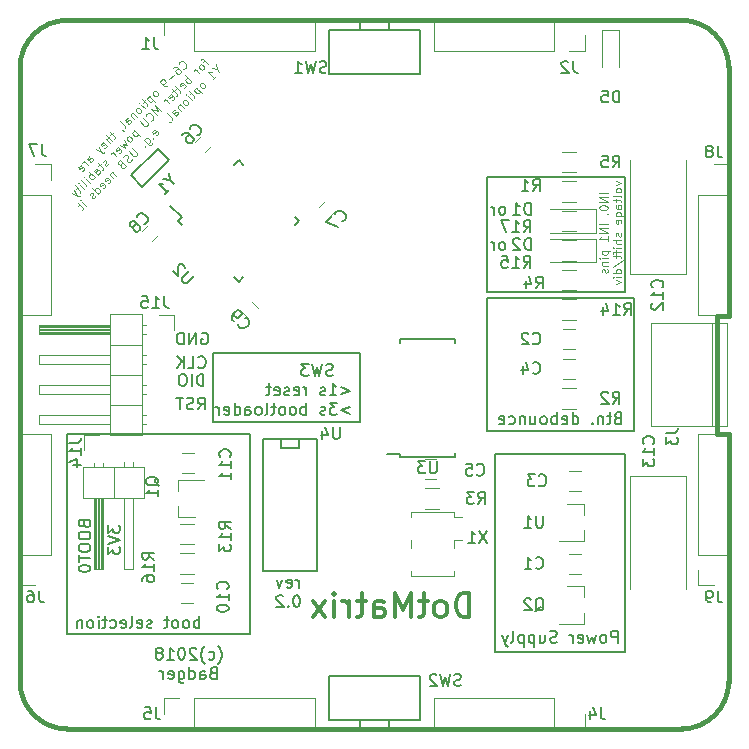
<source format=gbr>
%TF.GenerationSoftware,KiCad,Pcbnew,5.0.1-33cea8e~68~ubuntu16.04.1*%
%TF.CreationDate,2018-11-19T21:37:36+01:00*%
%TF.ProjectId,bcl4v2,62636C3476322E6B696361645F706362,rev?*%
%TF.SameCoordinates,Original*%
%TF.FileFunction,Legend,Bot*%
%TF.FilePolarity,Positive*%
%FSLAX46Y46*%
G04 Gerber Fmt 4.6, Leading zero omitted, Abs format (unit mm)*
G04 Created by KiCad (PCBNEW 5.0.1-33cea8e~68~ubuntu16.04.1) date Po 19. listopad 2018, 21:37:36 CET*
%MOMM*%
%LPD*%
G01*
G04 APERTURE LIST*
%ADD10C,0.150000*%
%ADD11C,0.110000*%
%ADD12C,0.381000*%
%ADD13C,0.300000*%
%ADD14C,0.120000*%
G04 APERTURE END LIST*
D10*
X86300000Y-98150000D02*
X86300000Y-98175000D01*
X98750000Y-98150000D02*
X86300000Y-98150000D01*
X98750000Y-104025000D02*
X98750000Y-98150000D01*
X86300000Y-104025000D02*
X98750000Y-104025000D01*
X86300000Y-98225000D02*
X86300000Y-104025000D01*
D11*
X83817024Y-74096040D02*
X83864164Y-74096040D01*
X83958445Y-74048900D01*
X84005586Y-74001759D01*
X84052726Y-73907479D01*
X84052726Y-73813198D01*
X84029156Y-73742487D01*
X83958445Y-73624636D01*
X83887735Y-73553925D01*
X83769884Y-73483215D01*
X83699173Y-73459644D01*
X83604892Y-73459644D01*
X83510611Y-73506785D01*
X83463471Y-73553925D01*
X83416330Y-73648206D01*
X83416330Y-73695347D01*
X82944926Y-74072470D02*
X83039207Y-73978189D01*
X83109917Y-73954619D01*
X83157058Y-73954619D01*
X83274909Y-73978189D01*
X83392760Y-74048900D01*
X83581322Y-74237462D01*
X83604892Y-74308172D01*
X83604892Y-74355313D01*
X83581322Y-74426024D01*
X83487041Y-74520304D01*
X83416330Y-74543875D01*
X83369190Y-74543875D01*
X83298479Y-74520304D01*
X83180628Y-74402453D01*
X83157058Y-74331743D01*
X83157058Y-74284602D01*
X83180628Y-74213892D01*
X83274909Y-74119611D01*
X83345619Y-74096040D01*
X83392760Y-74096040D01*
X83463471Y-74119611D01*
X82992066Y-74638156D02*
X82614942Y-75015279D01*
X82544232Y-75463113D02*
X82449951Y-75557394D01*
X82379240Y-75580965D01*
X82332100Y-75580965D01*
X82214249Y-75557394D01*
X82096398Y-75486684D01*
X81907836Y-75298122D01*
X81884265Y-75227411D01*
X81884265Y-75180271D01*
X81907836Y-75109560D01*
X82002117Y-75015279D01*
X82072827Y-74991709D01*
X82119968Y-74991709D01*
X82190678Y-75015279D01*
X82308530Y-75133130D01*
X82332100Y-75203841D01*
X82332100Y-75250981D01*
X82308530Y-75321692D01*
X82214249Y-75415973D01*
X82143538Y-75439543D01*
X82096398Y-75439543D01*
X82025687Y-75415973D01*
X81648563Y-76358782D02*
X81672133Y-76288071D01*
X81672133Y-76240931D01*
X81648563Y-76170220D01*
X81507142Y-76028799D01*
X81436431Y-76005229D01*
X81389291Y-76005229D01*
X81318580Y-76028799D01*
X81247869Y-76099510D01*
X81224299Y-76170220D01*
X81224299Y-76217361D01*
X81247869Y-76288071D01*
X81389291Y-76429493D01*
X81460001Y-76453063D01*
X81507142Y-76453063D01*
X81577853Y-76429493D01*
X81648563Y-76358782D01*
X80941456Y-76405923D02*
X81436431Y-76900897D01*
X80965027Y-76429493D02*
X80894316Y-76453063D01*
X80800035Y-76547344D01*
X80776465Y-76618055D01*
X80776465Y-76665195D01*
X80800035Y-76735906D01*
X80941456Y-76877327D01*
X81012167Y-76900897D01*
X81059308Y-76900897D01*
X81130018Y-76877327D01*
X81224299Y-76783046D01*
X81247869Y-76712335D01*
X80564333Y-76783046D02*
X80375771Y-76971608D01*
X80328631Y-76688765D02*
X80752895Y-77113029D01*
X80776465Y-77183740D01*
X80752895Y-77254451D01*
X80705754Y-77301591D01*
X80540763Y-77466583D02*
X80210779Y-77136600D01*
X80045788Y-76971608D02*
X80092928Y-76971608D01*
X80092928Y-77018748D01*
X80045788Y-77018748D01*
X80045788Y-76971608D01*
X80092928Y-77018748D01*
X80234350Y-77772996D02*
X80257920Y-77702285D01*
X80257920Y-77655145D01*
X80234350Y-77584434D01*
X80092928Y-77443012D01*
X80022218Y-77419442D01*
X79975077Y-77419442D01*
X79904366Y-77443012D01*
X79833656Y-77513723D01*
X79810086Y-77584434D01*
X79810086Y-77631574D01*
X79833656Y-77702285D01*
X79975077Y-77843706D01*
X80045788Y-77867277D01*
X80092928Y-77867277D01*
X80163639Y-77843706D01*
X80234350Y-77772996D01*
X79527243Y-77820136D02*
X79857226Y-78150119D01*
X79574383Y-77867277D02*
X79527243Y-77867277D01*
X79456532Y-77890847D01*
X79385822Y-77961557D01*
X79362251Y-78032268D01*
X79385822Y-78102979D01*
X79645094Y-78362251D01*
X79197260Y-78810086D02*
X78937987Y-78550813D01*
X78914417Y-78480102D01*
X78937987Y-78409392D01*
X79032268Y-78315111D01*
X79102979Y-78291541D01*
X79173689Y-78786515D02*
X79244400Y-78762945D01*
X79362251Y-78645094D01*
X79385822Y-78574383D01*
X79362251Y-78503673D01*
X79315111Y-78456532D01*
X79244400Y-78432962D01*
X79173689Y-78456532D01*
X79055838Y-78574383D01*
X78985128Y-78597954D01*
X78890847Y-79116499D02*
X78914417Y-79045788D01*
X78890847Y-78975077D01*
X78466583Y-78550813D01*
X78655145Y-79305060D02*
X78678715Y-79328631D01*
X78749425Y-79352201D01*
X78796566Y-79352201D01*
X77830187Y-79517192D02*
X77641625Y-79705754D01*
X77594484Y-79422911D02*
X78018748Y-79847176D01*
X78042319Y-79917886D01*
X78018748Y-79988597D01*
X77971608Y-80035737D01*
X77806616Y-80200729D02*
X77311642Y-79705754D01*
X77594484Y-80412861D02*
X77335212Y-80153588D01*
X77311642Y-80082878D01*
X77335212Y-80012167D01*
X77405923Y-79941456D01*
X77476633Y-79917886D01*
X77523774Y-79917886D01*
X77146650Y-80813555D02*
X77217361Y-80789985D01*
X77311642Y-80695704D01*
X77335212Y-80624993D01*
X77311642Y-80554282D01*
X77123080Y-80365721D01*
X77052369Y-80342150D01*
X76981658Y-80365721D01*
X76887378Y-80460001D01*
X76863807Y-80530712D01*
X76887378Y-80601423D01*
X76934518Y-80648563D01*
X77217361Y-80460001D01*
X76651675Y-80695704D02*
X76863807Y-81143538D01*
X76415973Y-80931406D02*
X76863807Y-81143538D01*
X77028799Y-81214249D01*
X77075939Y-81214249D01*
X77146650Y-81190678D01*
X75968139Y-82039207D02*
X75708866Y-81779934D01*
X75685296Y-81709223D01*
X75708866Y-81638513D01*
X75803147Y-81544232D01*
X75873858Y-81520662D01*
X75944569Y-82015636D02*
X76015279Y-81992066D01*
X76133130Y-81874215D01*
X76156701Y-81803504D01*
X76133130Y-81732794D01*
X76085990Y-81685653D01*
X76015279Y-81662083D01*
X75944569Y-81685653D01*
X75826717Y-81803504D01*
X75756007Y-81827075D01*
X75732436Y-82274909D02*
X75402453Y-81944926D01*
X75496734Y-82039207D02*
X75426024Y-82015636D01*
X75378883Y-82015636D01*
X75308172Y-82039207D01*
X75261032Y-82086347D01*
X75213892Y-82746313D02*
X75284602Y-82722743D01*
X75378883Y-82628462D01*
X75402453Y-82557752D01*
X75378883Y-82487041D01*
X75190321Y-82298479D01*
X75119611Y-82274909D01*
X75048900Y-82298479D01*
X74954619Y-82392760D01*
X74931049Y-82463471D01*
X74954619Y-82534181D01*
X75001759Y-82581322D01*
X75284602Y-82392760D01*
X85650788Y-73337079D02*
X85462226Y-73525641D01*
X85910060Y-73737773D02*
X85485796Y-73313509D01*
X85415085Y-73289939D01*
X85344375Y-73313509D01*
X85297234Y-73360649D01*
X85556507Y-74091326D02*
X85580077Y-74020616D01*
X85580077Y-73973475D01*
X85556507Y-73902765D01*
X85415085Y-73761343D01*
X85344375Y-73737773D01*
X85297234Y-73737773D01*
X85226524Y-73761343D01*
X85155813Y-73832054D01*
X85132243Y-73902765D01*
X85132243Y-73949905D01*
X85155813Y-74020616D01*
X85297234Y-74162037D01*
X85367945Y-74185607D01*
X85415085Y-74185607D01*
X85485796Y-74162037D01*
X85556507Y-74091326D01*
X85179383Y-74468450D02*
X84849400Y-74138467D01*
X84943681Y-74232748D02*
X84872970Y-74209178D01*
X84825830Y-74209178D01*
X84755119Y-74232748D01*
X84707979Y-74279888D01*
X84495847Y-75151987D02*
X84000872Y-74657012D01*
X84189434Y-74845574D02*
X84118723Y-74869144D01*
X84024442Y-74963425D01*
X84000872Y-75034136D01*
X84000872Y-75081276D01*
X84024442Y-75151987D01*
X84165863Y-75293408D01*
X84236574Y-75316978D01*
X84283715Y-75316978D01*
X84354425Y-75293408D01*
X84448706Y-75199127D01*
X84472276Y-75128416D01*
X83835880Y-75764813D02*
X83906591Y-75741242D01*
X84000872Y-75646961D01*
X84024442Y-75576251D01*
X84000872Y-75505540D01*
X83812310Y-75316978D01*
X83741599Y-75293408D01*
X83670889Y-75316978D01*
X83576608Y-75411259D01*
X83553038Y-75481970D01*
X83576608Y-75552680D01*
X83623748Y-75599821D01*
X83906591Y-75411259D01*
X83364476Y-75623391D02*
X83175914Y-75811953D01*
X83128774Y-75529110D02*
X83553038Y-75953374D01*
X83576608Y-76024085D01*
X83553038Y-76094796D01*
X83505897Y-76141936D01*
X83081633Y-75906234D02*
X82893071Y-76094796D01*
X82845931Y-75811953D02*
X83270195Y-76236217D01*
X83293765Y-76306928D01*
X83270195Y-76377638D01*
X83223054Y-76424779D01*
X82845931Y-76754762D02*
X82916642Y-76731192D01*
X83010922Y-76636911D01*
X83034493Y-76566200D01*
X83010922Y-76495490D01*
X82822361Y-76306928D01*
X82751650Y-76283357D01*
X82680939Y-76306928D01*
X82586658Y-76401209D01*
X82563088Y-76471919D01*
X82586658Y-76542630D01*
X82633799Y-76589770D01*
X82916642Y-76401209D01*
X82633799Y-77014034D02*
X82303816Y-76684051D01*
X82398097Y-76778332D02*
X82327386Y-76754762D01*
X82280245Y-76754762D01*
X82209535Y-76778332D01*
X82162394Y-76825473D01*
X81950262Y-77697571D02*
X81455287Y-77202596D01*
X81643849Y-77721141D01*
X81125304Y-77532579D01*
X81620279Y-78027554D01*
X81054594Y-78498959D02*
X81101734Y-78498959D01*
X81196015Y-78451818D01*
X81243155Y-78404678D01*
X81290296Y-78310397D01*
X81290296Y-78216116D01*
X81266726Y-78145405D01*
X81196015Y-78027554D01*
X81125304Y-77956844D01*
X81007453Y-77886133D01*
X80936743Y-77862563D01*
X80842462Y-77862563D01*
X80748181Y-77909703D01*
X80701040Y-77956844D01*
X80653900Y-78051124D01*
X80653900Y-78098265D01*
X80394627Y-78263256D02*
X80795321Y-78663950D01*
X80818891Y-78734661D01*
X80818891Y-78781801D01*
X80795321Y-78852512D01*
X80701040Y-78946793D01*
X80630330Y-78970363D01*
X80583189Y-78970363D01*
X80512478Y-78946793D01*
X80111785Y-78546099D01*
X79663950Y-79323917D02*
X80158925Y-79818891D01*
X79687521Y-79347487D02*
X79616810Y-79371057D01*
X79522529Y-79465338D01*
X79498959Y-79536049D01*
X79498959Y-79583189D01*
X79522529Y-79653900D01*
X79663950Y-79795321D01*
X79734661Y-79818891D01*
X79781801Y-79818891D01*
X79852512Y-79795321D01*
X79946793Y-79701040D01*
X79970363Y-79630330D01*
X79475389Y-80172445D02*
X79498959Y-80101734D01*
X79498959Y-80054594D01*
X79475389Y-79983883D01*
X79333967Y-79842462D01*
X79263256Y-79818891D01*
X79216116Y-79818891D01*
X79145405Y-79842462D01*
X79074695Y-79913172D01*
X79051124Y-79983883D01*
X79051124Y-80031023D01*
X79074695Y-80101734D01*
X79216116Y-80243155D01*
X79286827Y-80266726D01*
X79333967Y-80266726D01*
X79404678Y-80243155D01*
X79475389Y-80172445D01*
X78815422Y-80172445D02*
X79051124Y-80596709D01*
X78721141Y-80455287D01*
X78862563Y-80785271D01*
X78438299Y-80549568D01*
X78367588Y-81233105D02*
X78438299Y-81209535D01*
X78532579Y-81115254D01*
X78556150Y-81044543D01*
X78532579Y-80973832D01*
X78344018Y-80785271D01*
X78273307Y-80761700D01*
X78202596Y-80785271D01*
X78108315Y-80879552D01*
X78084745Y-80950262D01*
X78108315Y-81020973D01*
X78155456Y-81068113D01*
X78438299Y-80879552D01*
X78155456Y-81492377D02*
X77825473Y-81162394D01*
X77919754Y-81256675D02*
X77849043Y-81233105D01*
X77801902Y-81233105D01*
X77731192Y-81256675D01*
X77684051Y-81303816D01*
X77471919Y-82128774D02*
X77448349Y-82199484D01*
X77354068Y-82293765D01*
X77283357Y-82317335D01*
X77212647Y-82293765D01*
X77189077Y-82270195D01*
X77165506Y-82199484D01*
X77189077Y-82128774D01*
X77259787Y-82058063D01*
X77283357Y-81987352D01*
X77259787Y-81916642D01*
X77236217Y-81893071D01*
X77165506Y-81869501D01*
X77094796Y-81893071D01*
X77024085Y-81963782D01*
X77000515Y-82034493D01*
X76811953Y-82175914D02*
X76623391Y-82364476D01*
X76576251Y-82081633D02*
X77000515Y-82505897D01*
X77024085Y-82576608D01*
X77000515Y-82647319D01*
X76953374Y-82694459D01*
X76576251Y-83071583D02*
X76316978Y-82812310D01*
X76293408Y-82741599D01*
X76316978Y-82670889D01*
X76411259Y-82576608D01*
X76481970Y-82553038D01*
X76552680Y-83048012D02*
X76623391Y-83024442D01*
X76741242Y-82906591D01*
X76764813Y-82835880D01*
X76741242Y-82765170D01*
X76694102Y-82718029D01*
X76623391Y-82694459D01*
X76552680Y-82718029D01*
X76434829Y-82835880D01*
X76364119Y-82859451D01*
X76340548Y-83307285D02*
X75845574Y-82812310D01*
X76034136Y-83000872D02*
X75963425Y-83024442D01*
X75869144Y-83118723D01*
X75845574Y-83189434D01*
X75845574Y-83236574D01*
X75869144Y-83307285D01*
X76010565Y-83448706D01*
X76081276Y-83472276D01*
X76128416Y-83472276D01*
X76199127Y-83448706D01*
X76293408Y-83354425D01*
X76316978Y-83283715D01*
X75892714Y-83755119D02*
X75562731Y-83425136D01*
X75397739Y-83260144D02*
X75444880Y-83260144D01*
X75444880Y-83307285D01*
X75397739Y-83307285D01*
X75397739Y-83260144D01*
X75444880Y-83307285D01*
X75586301Y-84061532D02*
X75609871Y-83990821D01*
X75586301Y-83920111D01*
X75162037Y-83495847D01*
X75397739Y-84250094D02*
X75067756Y-83920111D01*
X74902765Y-83755119D02*
X74949905Y-83755119D01*
X74949905Y-83802260D01*
X74902765Y-83802260D01*
X74902765Y-83755119D01*
X74949905Y-83802260D01*
X74902765Y-84085102D02*
X74714203Y-84273664D01*
X74667062Y-83990821D02*
X75091326Y-84415085D01*
X75114897Y-84485796D01*
X75091326Y-84556507D01*
X75044186Y-84603647D01*
X74596352Y-84391515D02*
X74808484Y-84839350D01*
X74360649Y-84627218D02*
X74808484Y-84839350D01*
X74973475Y-84910060D01*
X75020616Y-84910060D01*
X75091326Y-84886490D01*
X86647808Y-74169108D02*
X86883511Y-74404811D01*
X86553528Y-73744844D02*
X86647808Y-74169108D01*
X86223544Y-74074827D01*
X86294255Y-74994066D02*
X86577098Y-74711224D01*
X86435676Y-74852645D02*
X85940702Y-74357670D01*
X86058553Y-74381240D01*
X86152834Y-74381240D01*
X86223544Y-74357670D01*
X85634289Y-75654033D02*
X85657859Y-75583322D01*
X85657859Y-75536181D01*
X85634289Y-75465471D01*
X85492867Y-75324049D01*
X85422157Y-75300479D01*
X85375016Y-75300479D01*
X85304306Y-75324049D01*
X85233595Y-75394760D01*
X85210025Y-75465471D01*
X85210025Y-75512611D01*
X85233595Y-75583322D01*
X85375016Y-75724743D01*
X85445727Y-75748313D01*
X85492867Y-75748313D01*
X85563578Y-75724743D01*
X85634289Y-75654033D01*
X84927182Y-75701173D02*
X85422157Y-76196148D01*
X84950752Y-75724743D02*
X84880041Y-75748313D01*
X84785761Y-75842594D01*
X84762190Y-75913305D01*
X84762190Y-75960446D01*
X84785761Y-76031156D01*
X84927182Y-76172578D01*
X84997893Y-76196148D01*
X85045033Y-76196148D01*
X85115744Y-76172578D01*
X85210025Y-76078297D01*
X85233595Y-76007586D01*
X84550058Y-76078297D02*
X84361497Y-76266858D01*
X84314356Y-75984016D02*
X84738620Y-76408280D01*
X84762190Y-76478990D01*
X84738620Y-76549701D01*
X84691480Y-76596842D01*
X84526488Y-76761833D02*
X84196505Y-76431850D01*
X84031513Y-76266858D02*
X84078654Y-76266858D01*
X84078654Y-76313999D01*
X84031513Y-76313999D01*
X84031513Y-76266858D01*
X84078654Y-76313999D01*
X84220075Y-77068246D02*
X84243645Y-76997535D01*
X84243645Y-76950395D01*
X84220075Y-76879684D01*
X84078654Y-76738263D01*
X84007943Y-76714693D01*
X83960803Y-76714693D01*
X83890092Y-76738263D01*
X83819381Y-76808974D01*
X83795811Y-76879684D01*
X83795811Y-76926825D01*
X83819381Y-76997535D01*
X83960803Y-77138957D01*
X84031513Y-77162527D01*
X84078654Y-77162527D01*
X84149364Y-77138957D01*
X84220075Y-77068246D01*
X83512968Y-77115387D02*
X83842952Y-77445370D01*
X83560109Y-77162527D02*
X83512968Y-77162527D01*
X83442258Y-77186097D01*
X83371547Y-77256808D01*
X83347977Y-77327519D01*
X83371547Y-77398229D01*
X83630819Y-77657502D01*
X83182985Y-78105336D02*
X82923713Y-77846064D01*
X82900142Y-77775353D01*
X82923713Y-77704642D01*
X83017994Y-77610361D01*
X83088704Y-77586791D01*
X83159415Y-78081766D02*
X83230126Y-78058196D01*
X83347977Y-77940345D01*
X83371547Y-77869634D01*
X83347977Y-77798923D01*
X83300836Y-77751783D01*
X83230126Y-77728212D01*
X83159415Y-77751783D01*
X83041564Y-77869634D01*
X82970853Y-77893204D01*
X82876572Y-78411749D02*
X82900142Y-78341038D01*
X82876572Y-78270328D01*
X82452308Y-77846064D01*
X82640870Y-78600311D02*
X82664440Y-78623881D01*
X82735151Y-78647451D01*
X82782291Y-78647451D01*
X81485929Y-79755252D02*
X81556640Y-79731682D01*
X81650921Y-79637401D01*
X81674491Y-79566690D01*
X81650921Y-79495979D01*
X81462359Y-79307418D01*
X81391648Y-79283847D01*
X81320937Y-79307418D01*
X81226656Y-79401699D01*
X81203086Y-79472409D01*
X81226656Y-79543120D01*
X81273797Y-79590260D01*
X81556640Y-79401699D01*
X81226656Y-79967384D02*
X81226656Y-80014524D01*
X81273797Y-80014524D01*
X81273797Y-79967384D01*
X81226656Y-79967384D01*
X81273797Y-80014524D01*
X80495979Y-80132376D02*
X80896673Y-80533069D01*
X80967384Y-80556640D01*
X81014524Y-80556640D01*
X81085235Y-80533069D01*
X81155946Y-80462359D01*
X81179516Y-80391648D01*
X80802392Y-80438788D02*
X80873103Y-80415218D01*
X80967384Y-80320937D01*
X80990954Y-80250227D01*
X80990954Y-80203086D01*
X80967384Y-80132376D01*
X80825963Y-79990954D01*
X80755252Y-79967384D01*
X80708111Y-79967384D01*
X80637401Y-79990954D01*
X80543120Y-80085235D01*
X80519550Y-80155946D01*
X80543120Y-80650921D02*
X80543120Y-80698061D01*
X80590260Y-80698061D01*
X80590260Y-80650921D01*
X80543120Y-80650921D01*
X80590260Y-80698061D01*
X79482460Y-80815912D02*
X79883154Y-81216606D01*
X79906724Y-81287317D01*
X79906724Y-81334457D01*
X79883154Y-81405168D01*
X79788873Y-81499449D01*
X79718162Y-81523019D01*
X79671022Y-81523019D01*
X79600311Y-81499449D01*
X79199617Y-81098755D01*
X79458889Y-81782291D02*
X79411749Y-81876572D01*
X79293898Y-81994423D01*
X79223187Y-82017994D01*
X79176047Y-82017994D01*
X79105336Y-81994423D01*
X79058196Y-81947283D01*
X79034625Y-81876572D01*
X79034625Y-81829432D01*
X79058196Y-81758721D01*
X79128906Y-81640870D01*
X79152477Y-81570159D01*
X79152477Y-81523019D01*
X79128906Y-81452308D01*
X79081766Y-81405168D01*
X79011055Y-81381598D01*
X78963915Y-81381598D01*
X78893204Y-81405168D01*
X78775353Y-81523019D01*
X78728212Y-81617300D01*
X78563221Y-82206555D02*
X78516080Y-82300836D01*
X78516080Y-82347977D01*
X78539651Y-82418687D01*
X78610361Y-82489398D01*
X78681072Y-82512968D01*
X78728212Y-82512968D01*
X78798923Y-82489398D01*
X78987485Y-82300836D01*
X78492510Y-81805862D01*
X78327519Y-81970853D01*
X78303948Y-82041564D01*
X78303948Y-82088704D01*
X78327519Y-82159415D01*
X78374659Y-82206555D01*
X78445370Y-82230126D01*
X78492510Y-82230126D01*
X78563221Y-82206555D01*
X78728212Y-82041564D01*
X77785403Y-82842952D02*
X78115387Y-83172935D01*
X77832544Y-82890092D02*
X77785403Y-82890092D01*
X77714693Y-82913662D01*
X77643982Y-82984373D01*
X77620412Y-83055084D01*
X77643982Y-83125794D01*
X77903255Y-83385067D01*
X77455420Y-83785761D02*
X77526131Y-83762190D01*
X77620412Y-83667909D01*
X77643982Y-83597199D01*
X77620412Y-83526488D01*
X77431850Y-83337926D01*
X77361139Y-83314356D01*
X77290429Y-83337926D01*
X77196148Y-83432207D01*
X77172578Y-83502918D01*
X77196148Y-83573629D01*
X77243288Y-83620769D01*
X77526131Y-83432207D01*
X77031156Y-84210025D02*
X77101867Y-84186454D01*
X77196148Y-84092174D01*
X77219718Y-84021463D01*
X77196148Y-83950752D01*
X77007586Y-83762190D01*
X76936875Y-83738620D01*
X76866165Y-83762190D01*
X76771884Y-83856471D01*
X76748313Y-83927182D01*
X76771884Y-83997893D01*
X76819024Y-84045033D01*
X77101867Y-83856471D01*
X76606892Y-84681429D02*
X76111917Y-84186454D01*
X76583322Y-84657859D02*
X76654033Y-84634289D01*
X76748313Y-84540008D01*
X76771884Y-84469297D01*
X76771884Y-84422157D01*
X76748313Y-84351446D01*
X76606892Y-84210025D01*
X76536181Y-84186454D01*
X76489041Y-84186454D01*
X76418330Y-84210025D01*
X76324049Y-84304306D01*
X76300479Y-84375016D01*
X76371190Y-84869991D02*
X76347620Y-84940702D01*
X76253339Y-85034983D01*
X76182628Y-85058553D01*
X76111917Y-85034983D01*
X76088347Y-85011412D01*
X76064777Y-84940702D01*
X76088347Y-84869991D01*
X76159058Y-84799280D01*
X76182628Y-84728570D01*
X76159058Y-84657859D01*
X76135488Y-84634289D01*
X76064777Y-84610718D01*
X75994066Y-84634289D01*
X75923356Y-84704999D01*
X75899785Y-84775710D01*
X75593372Y-85694949D02*
X75263389Y-85364966D01*
X75098398Y-85199974D02*
X75145538Y-85199974D01*
X75145538Y-85247115D01*
X75098398Y-85247115D01*
X75098398Y-85199974D01*
X75145538Y-85247115D01*
X75098398Y-85529957D02*
X74909836Y-85718519D01*
X74862695Y-85435676D02*
X75286959Y-85859940D01*
X75310530Y-85930651D01*
X75286959Y-86001362D01*
X75239819Y-86048502D01*
X119736666Y-84650000D02*
X119036666Y-84650000D01*
X119736666Y-84983333D02*
X119036666Y-84983333D01*
X119736666Y-85383333D01*
X119036666Y-85383333D01*
X119036666Y-85850000D02*
X119036666Y-85916666D01*
X119070000Y-85983333D01*
X119103333Y-86016666D01*
X119170000Y-86050000D01*
X119303333Y-86083333D01*
X119470000Y-86083333D01*
X119603333Y-86050000D01*
X119670000Y-86016666D01*
X119703333Y-85983333D01*
X119736666Y-85916666D01*
X119736666Y-85850000D01*
X119703333Y-85783333D01*
X119670000Y-85750000D01*
X119603333Y-85716666D01*
X119470000Y-85683333D01*
X119303333Y-85683333D01*
X119170000Y-85716666D01*
X119103333Y-85750000D01*
X119070000Y-85783333D01*
X119036666Y-85850000D01*
X119703333Y-86416666D02*
X119736666Y-86416666D01*
X119803333Y-86383333D01*
X119836666Y-86350000D01*
X119736666Y-87250000D02*
X119036666Y-87250000D01*
X119736666Y-87583333D02*
X119036666Y-87583333D01*
X119736666Y-87983333D01*
X119036666Y-87983333D01*
X119736666Y-88683333D02*
X119736666Y-88283333D01*
X119736666Y-88483333D02*
X119036666Y-88483333D01*
X119136666Y-88416666D01*
X119203333Y-88350000D01*
X119236666Y-88283333D01*
X119270000Y-89516666D02*
X119970000Y-89516666D01*
X119303333Y-89516666D02*
X119270000Y-89583333D01*
X119270000Y-89716666D01*
X119303333Y-89783333D01*
X119336666Y-89816666D01*
X119403333Y-89850000D01*
X119603333Y-89850000D01*
X119670000Y-89816666D01*
X119703333Y-89783333D01*
X119736666Y-89716666D01*
X119736666Y-89583333D01*
X119703333Y-89516666D01*
X119736666Y-90150000D02*
X119270000Y-90150000D01*
X119036666Y-90150000D02*
X119070000Y-90116666D01*
X119103333Y-90150000D01*
X119070000Y-90183333D01*
X119036666Y-90150000D01*
X119103333Y-90150000D01*
X119270000Y-90483333D02*
X119736666Y-90483333D01*
X119336666Y-90483333D02*
X119303333Y-90516666D01*
X119270000Y-90583333D01*
X119270000Y-90683333D01*
X119303333Y-90750000D01*
X119370000Y-90783333D01*
X119736666Y-90783333D01*
X119703333Y-91083333D02*
X119736666Y-91150000D01*
X119736666Y-91283333D01*
X119703333Y-91350000D01*
X119636666Y-91383333D01*
X119603333Y-91383333D01*
X119536666Y-91350000D01*
X119503333Y-91283333D01*
X119503333Y-91183333D01*
X119470000Y-91116666D01*
X119403333Y-91083333D01*
X119370000Y-91083333D01*
X119303333Y-91116666D01*
X119270000Y-91183333D01*
X119270000Y-91283333D01*
X119303333Y-91350000D01*
X120430000Y-83650000D02*
X120896666Y-83816666D01*
X120430000Y-83983333D01*
X120896666Y-84350000D02*
X120863333Y-84283333D01*
X120830000Y-84250000D01*
X120763333Y-84216666D01*
X120563333Y-84216666D01*
X120496666Y-84250000D01*
X120463333Y-84283333D01*
X120430000Y-84350000D01*
X120430000Y-84450000D01*
X120463333Y-84516666D01*
X120496666Y-84550000D01*
X120563333Y-84583333D01*
X120763333Y-84583333D01*
X120830000Y-84550000D01*
X120863333Y-84516666D01*
X120896666Y-84450000D01*
X120896666Y-84350000D01*
X120896666Y-84983333D02*
X120863333Y-84916666D01*
X120796666Y-84883333D01*
X120196666Y-84883333D01*
X120430000Y-85150000D02*
X120430000Y-85416666D01*
X120196666Y-85250000D02*
X120796666Y-85250000D01*
X120863333Y-85283333D01*
X120896666Y-85350000D01*
X120896666Y-85416666D01*
X120896666Y-85950000D02*
X120530000Y-85950000D01*
X120463333Y-85916666D01*
X120430000Y-85850000D01*
X120430000Y-85716666D01*
X120463333Y-85650000D01*
X120863333Y-85950000D02*
X120896666Y-85883333D01*
X120896666Y-85716666D01*
X120863333Y-85650000D01*
X120796666Y-85616666D01*
X120730000Y-85616666D01*
X120663333Y-85650000D01*
X120630000Y-85716666D01*
X120630000Y-85883333D01*
X120596666Y-85950000D01*
X120430000Y-86583333D02*
X120996666Y-86583333D01*
X121063333Y-86550000D01*
X121096666Y-86516666D01*
X121130000Y-86450000D01*
X121130000Y-86350000D01*
X121096666Y-86283333D01*
X120863333Y-86583333D02*
X120896666Y-86516666D01*
X120896666Y-86383333D01*
X120863333Y-86316666D01*
X120830000Y-86283333D01*
X120763333Y-86250000D01*
X120563333Y-86250000D01*
X120496666Y-86283333D01*
X120463333Y-86316666D01*
X120430000Y-86383333D01*
X120430000Y-86516666D01*
X120463333Y-86583333D01*
X120863333Y-87183333D02*
X120896666Y-87116666D01*
X120896666Y-86983333D01*
X120863333Y-86916666D01*
X120796666Y-86883333D01*
X120530000Y-86883333D01*
X120463333Y-86916666D01*
X120430000Y-86983333D01*
X120430000Y-87116666D01*
X120463333Y-87183333D01*
X120530000Y-87216666D01*
X120596666Y-87216666D01*
X120663333Y-86883333D01*
X120863333Y-88016666D02*
X120896666Y-88083333D01*
X120896666Y-88216666D01*
X120863333Y-88283333D01*
X120796666Y-88316666D01*
X120763333Y-88316666D01*
X120696666Y-88283333D01*
X120663333Y-88216666D01*
X120663333Y-88116666D01*
X120630000Y-88050000D01*
X120563333Y-88016666D01*
X120530000Y-88016666D01*
X120463333Y-88050000D01*
X120430000Y-88116666D01*
X120430000Y-88216666D01*
X120463333Y-88283333D01*
X120896666Y-88616666D02*
X120196666Y-88616666D01*
X120896666Y-88916666D02*
X120530000Y-88916666D01*
X120463333Y-88883333D01*
X120430000Y-88816666D01*
X120430000Y-88716666D01*
X120463333Y-88650000D01*
X120496666Y-88616666D01*
X120896666Y-89250000D02*
X120430000Y-89250000D01*
X120196666Y-89250000D02*
X120230000Y-89216666D01*
X120263333Y-89250000D01*
X120230000Y-89283333D01*
X120196666Y-89250000D01*
X120263333Y-89250000D01*
X120430000Y-89483333D02*
X120430000Y-89750000D01*
X120896666Y-89583333D02*
X120296666Y-89583333D01*
X120230000Y-89616666D01*
X120196666Y-89683333D01*
X120196666Y-89750000D01*
X120430000Y-89883333D02*
X120430000Y-90150000D01*
X120196666Y-89983333D02*
X120796666Y-89983333D01*
X120863333Y-90016666D01*
X120896666Y-90083333D01*
X120896666Y-90150000D01*
X120163333Y-90883333D02*
X121063333Y-90283333D01*
X120896666Y-91416666D02*
X120196666Y-91416666D01*
X120863333Y-91416666D02*
X120896666Y-91350000D01*
X120896666Y-91216666D01*
X120863333Y-91150000D01*
X120830000Y-91116666D01*
X120763333Y-91083333D01*
X120563333Y-91083333D01*
X120496666Y-91116666D01*
X120463333Y-91150000D01*
X120430000Y-91216666D01*
X120430000Y-91350000D01*
X120463333Y-91416666D01*
X120896666Y-91750000D02*
X120430000Y-91750000D01*
X120196666Y-91750000D02*
X120230000Y-91716666D01*
X120263333Y-91750000D01*
X120230000Y-91783333D01*
X120196666Y-91750000D01*
X120263333Y-91750000D01*
X120430000Y-92016666D02*
X120896666Y-92183333D01*
X120430000Y-92350000D01*
D10*
X120583333Y-103678571D02*
X120440476Y-103726190D01*
X120392857Y-103773809D01*
X120345238Y-103869047D01*
X120345238Y-104011904D01*
X120392857Y-104107142D01*
X120440476Y-104154761D01*
X120535714Y-104202380D01*
X120916666Y-104202380D01*
X120916666Y-103202380D01*
X120583333Y-103202380D01*
X120488095Y-103250000D01*
X120440476Y-103297619D01*
X120392857Y-103392857D01*
X120392857Y-103488095D01*
X120440476Y-103583333D01*
X120488095Y-103630952D01*
X120583333Y-103678571D01*
X120916666Y-103678571D01*
X120059523Y-103535714D02*
X119678571Y-103535714D01*
X119916666Y-103202380D02*
X119916666Y-104059523D01*
X119869047Y-104154761D01*
X119773809Y-104202380D01*
X119678571Y-104202380D01*
X119345238Y-103535714D02*
X119345238Y-104202380D01*
X119345238Y-103630952D02*
X119297619Y-103583333D01*
X119202380Y-103535714D01*
X119059523Y-103535714D01*
X118964285Y-103583333D01*
X118916666Y-103678571D01*
X118916666Y-104202380D01*
X118440476Y-104107142D02*
X118392857Y-104154761D01*
X118440476Y-104202380D01*
X118488095Y-104154761D01*
X118440476Y-104107142D01*
X118440476Y-104202380D01*
X116773809Y-104202380D02*
X116773809Y-103202380D01*
X116773809Y-104154761D02*
X116869047Y-104202380D01*
X117059523Y-104202380D01*
X117154761Y-104154761D01*
X117202380Y-104107142D01*
X117250000Y-104011904D01*
X117250000Y-103726190D01*
X117202380Y-103630952D01*
X117154761Y-103583333D01*
X117059523Y-103535714D01*
X116869047Y-103535714D01*
X116773809Y-103583333D01*
X115916666Y-104154761D02*
X116011904Y-104202380D01*
X116202380Y-104202380D01*
X116297619Y-104154761D01*
X116345238Y-104059523D01*
X116345238Y-103678571D01*
X116297619Y-103583333D01*
X116202380Y-103535714D01*
X116011904Y-103535714D01*
X115916666Y-103583333D01*
X115869047Y-103678571D01*
X115869047Y-103773809D01*
X116345238Y-103869047D01*
X115440476Y-104202380D02*
X115440476Y-103202380D01*
X115440476Y-103583333D02*
X115345238Y-103535714D01*
X115154761Y-103535714D01*
X115059523Y-103583333D01*
X115011904Y-103630952D01*
X114964285Y-103726190D01*
X114964285Y-104011904D01*
X115011904Y-104107142D01*
X115059523Y-104154761D01*
X115154761Y-104202380D01*
X115345238Y-104202380D01*
X115440476Y-104154761D01*
X114392857Y-104202380D02*
X114488095Y-104154761D01*
X114535714Y-104107142D01*
X114583333Y-104011904D01*
X114583333Y-103726190D01*
X114535714Y-103630952D01*
X114488095Y-103583333D01*
X114392857Y-103535714D01*
X114250000Y-103535714D01*
X114154761Y-103583333D01*
X114107142Y-103630952D01*
X114059523Y-103726190D01*
X114059523Y-104011904D01*
X114107142Y-104107142D01*
X114154761Y-104154761D01*
X114250000Y-104202380D01*
X114392857Y-104202380D01*
X113202380Y-103535714D02*
X113202380Y-104202380D01*
X113630952Y-103535714D02*
X113630952Y-104059523D01*
X113583333Y-104154761D01*
X113488095Y-104202380D01*
X113345238Y-104202380D01*
X113250000Y-104154761D01*
X113202380Y-104107142D01*
X112726190Y-103535714D02*
X112726190Y-104202380D01*
X112726190Y-103630952D02*
X112678571Y-103583333D01*
X112583333Y-103535714D01*
X112440476Y-103535714D01*
X112345238Y-103583333D01*
X112297619Y-103678571D01*
X112297619Y-104202380D01*
X111392857Y-104154761D02*
X111488095Y-104202380D01*
X111678571Y-104202380D01*
X111773809Y-104154761D01*
X111821428Y-104107142D01*
X111869047Y-104011904D01*
X111869047Y-103726190D01*
X111821428Y-103630952D01*
X111773809Y-103583333D01*
X111678571Y-103535714D01*
X111488095Y-103535714D01*
X111392857Y-103583333D01*
X110583333Y-104154761D02*
X110678571Y-104202380D01*
X110869047Y-104202380D01*
X110964285Y-104154761D01*
X111011904Y-104059523D01*
X111011904Y-103678571D01*
X110964285Y-103583333D01*
X110869047Y-103535714D01*
X110678571Y-103535714D01*
X110583333Y-103583333D01*
X110535714Y-103678571D01*
X110535714Y-103773809D01*
X111011904Y-103869047D01*
X109500000Y-104750000D02*
X109500000Y-103000000D01*
X122000000Y-104750000D02*
X109500000Y-104750000D01*
X122000000Y-103000000D02*
X122000000Y-104750000D01*
X121250000Y-106750000D02*
X120750000Y-106750000D01*
X121250000Y-123500000D02*
X121250000Y-106750000D01*
X120250000Y-123500000D02*
X121250000Y-123500000D01*
X120250000Y-106750000D02*
X120750000Y-106750000D01*
X110250000Y-106750000D02*
X110750000Y-106750000D01*
X110250000Y-123500000D02*
X110250000Y-106750000D01*
X110750000Y-123500000D02*
X110250000Y-123500000D01*
X120583333Y-122702380D02*
X120583333Y-121702380D01*
X120202380Y-121702380D01*
X120107142Y-121750000D01*
X120059523Y-121797619D01*
X120011904Y-121892857D01*
X120011904Y-122035714D01*
X120059523Y-122130952D01*
X120107142Y-122178571D01*
X120202380Y-122226190D01*
X120583333Y-122226190D01*
X119440476Y-122702380D02*
X119535714Y-122654761D01*
X119583333Y-122607142D01*
X119630952Y-122511904D01*
X119630952Y-122226190D01*
X119583333Y-122130952D01*
X119535714Y-122083333D01*
X119440476Y-122035714D01*
X119297619Y-122035714D01*
X119202380Y-122083333D01*
X119154761Y-122130952D01*
X119107142Y-122226190D01*
X119107142Y-122511904D01*
X119154761Y-122607142D01*
X119202380Y-122654761D01*
X119297619Y-122702380D01*
X119440476Y-122702380D01*
X118773809Y-122035714D02*
X118583333Y-122702380D01*
X118392857Y-122226190D01*
X118202380Y-122702380D01*
X118011904Y-122035714D01*
X117250000Y-122654761D02*
X117345238Y-122702380D01*
X117535714Y-122702380D01*
X117630952Y-122654761D01*
X117678571Y-122559523D01*
X117678571Y-122178571D01*
X117630952Y-122083333D01*
X117535714Y-122035714D01*
X117345238Y-122035714D01*
X117250000Y-122083333D01*
X117202380Y-122178571D01*
X117202380Y-122273809D01*
X117678571Y-122369047D01*
X116773809Y-122702380D02*
X116773809Y-122035714D01*
X116773809Y-122226190D02*
X116726190Y-122130952D01*
X116678571Y-122083333D01*
X116583333Y-122035714D01*
X116488095Y-122035714D01*
X115440476Y-122654761D02*
X115297619Y-122702380D01*
X115059523Y-122702380D01*
X114964285Y-122654761D01*
X114916666Y-122607142D01*
X114869047Y-122511904D01*
X114869047Y-122416666D01*
X114916666Y-122321428D01*
X114964285Y-122273809D01*
X115059523Y-122226190D01*
X115250000Y-122178571D01*
X115345238Y-122130952D01*
X115392857Y-122083333D01*
X115440476Y-121988095D01*
X115440476Y-121892857D01*
X115392857Y-121797619D01*
X115345238Y-121750000D01*
X115250000Y-121702380D01*
X115011904Y-121702380D01*
X114869047Y-121750000D01*
X114011904Y-122035714D02*
X114011904Y-122702380D01*
X114440476Y-122035714D02*
X114440476Y-122559523D01*
X114392857Y-122654761D01*
X114297619Y-122702380D01*
X114154761Y-122702380D01*
X114059523Y-122654761D01*
X114011904Y-122607142D01*
X113535714Y-122035714D02*
X113535714Y-123035714D01*
X113535714Y-122083333D02*
X113440476Y-122035714D01*
X113250000Y-122035714D01*
X113154761Y-122083333D01*
X113107142Y-122130952D01*
X113059523Y-122226190D01*
X113059523Y-122511904D01*
X113107142Y-122607142D01*
X113154761Y-122654761D01*
X113250000Y-122702380D01*
X113440476Y-122702380D01*
X113535714Y-122654761D01*
X112630952Y-122035714D02*
X112630952Y-123035714D01*
X112630952Y-122083333D02*
X112535714Y-122035714D01*
X112345238Y-122035714D01*
X112250000Y-122083333D01*
X112202380Y-122130952D01*
X112154761Y-122226190D01*
X112154761Y-122511904D01*
X112202380Y-122607142D01*
X112250000Y-122654761D01*
X112345238Y-122702380D01*
X112535714Y-122702380D01*
X112630952Y-122654761D01*
X111583333Y-122702380D02*
X111678571Y-122654761D01*
X111726190Y-122559523D01*
X111726190Y-121702380D01*
X111297619Y-122035714D02*
X111059523Y-122702380D01*
X110821428Y-122035714D02*
X111059523Y-122702380D01*
X111154761Y-122940476D01*
X111202380Y-122988095D01*
X111297619Y-123035714D01*
X110750000Y-106750000D02*
X111000000Y-106750000D01*
X120250000Y-123500000D02*
X110750000Y-123500000D01*
X111000000Y-106750000D02*
X120250000Y-106750000D01*
X109500000Y-103000000D02*
X109500000Y-93500000D01*
X122000000Y-93500000D02*
X122000000Y-103000000D01*
X121250000Y-93500000D02*
X122000000Y-93500000D01*
X109500000Y-93500000D02*
X121250000Y-93500000D01*
X109500000Y-93000000D02*
X109500000Y-90750000D01*
X121250000Y-93000000D02*
X109500000Y-93000000D01*
X121250000Y-92750000D02*
X121250000Y-93000000D01*
X121250000Y-90750000D02*
X121250000Y-92750000D01*
X109500000Y-83250000D02*
X110000000Y-83250000D01*
X109500000Y-90750000D02*
X109500000Y-83250000D01*
X121250000Y-83250000D02*
X121250000Y-90750000D01*
X110000000Y-83250000D02*
X121250000Y-83250000D01*
X96488214Y-100054761D02*
X96345357Y-100102380D01*
X96107261Y-100102380D01*
X96012023Y-100054761D01*
X95964404Y-100007142D01*
X95916785Y-99911904D01*
X95916785Y-99816666D01*
X95964404Y-99721428D01*
X96012023Y-99673809D01*
X96107261Y-99626190D01*
X96297738Y-99578571D01*
X96392976Y-99530952D01*
X96440595Y-99483333D01*
X96488214Y-99388095D01*
X96488214Y-99292857D01*
X96440595Y-99197619D01*
X96392976Y-99150000D01*
X96297738Y-99102380D01*
X96059642Y-99102380D01*
X95916785Y-99150000D01*
X95583452Y-99102380D02*
X95345357Y-100102380D01*
X95154880Y-99388095D01*
X94964404Y-100102380D01*
X94726309Y-99102380D01*
X94440595Y-99102380D02*
X93821547Y-99102380D01*
X94154880Y-99483333D01*
X94012023Y-99483333D01*
X93916785Y-99530952D01*
X93869166Y-99578571D01*
X93821547Y-99673809D01*
X93821547Y-99911904D01*
X93869166Y-100007142D01*
X93916785Y-100054761D01*
X94012023Y-100102380D01*
X94297738Y-100102380D01*
X94392976Y-100054761D01*
X94440595Y-100007142D01*
X97202500Y-101085714D02*
X97964404Y-101371428D01*
X97202500Y-101657142D01*
X96202500Y-101752380D02*
X96773928Y-101752380D01*
X96488214Y-101752380D02*
X96488214Y-100752380D01*
X96583452Y-100895238D01*
X96678690Y-100990476D01*
X96773928Y-101038095D01*
X95821547Y-101704761D02*
X95726309Y-101752380D01*
X95535833Y-101752380D01*
X95440595Y-101704761D01*
X95392976Y-101609523D01*
X95392976Y-101561904D01*
X95440595Y-101466666D01*
X95535833Y-101419047D01*
X95678690Y-101419047D01*
X95773928Y-101371428D01*
X95821547Y-101276190D01*
X95821547Y-101228571D01*
X95773928Y-101133333D01*
X95678690Y-101085714D01*
X95535833Y-101085714D01*
X95440595Y-101133333D01*
X94202500Y-101752380D02*
X94202500Y-101085714D01*
X94202500Y-101276190D02*
X94154880Y-101180952D01*
X94107261Y-101133333D01*
X94012023Y-101085714D01*
X93916785Y-101085714D01*
X93202500Y-101704761D02*
X93297738Y-101752380D01*
X93488214Y-101752380D01*
X93583452Y-101704761D01*
X93631071Y-101609523D01*
X93631071Y-101228571D01*
X93583452Y-101133333D01*
X93488214Y-101085714D01*
X93297738Y-101085714D01*
X93202500Y-101133333D01*
X93154880Y-101228571D01*
X93154880Y-101323809D01*
X93631071Y-101419047D01*
X92773928Y-101704761D02*
X92678690Y-101752380D01*
X92488214Y-101752380D01*
X92392976Y-101704761D01*
X92345357Y-101609523D01*
X92345357Y-101561904D01*
X92392976Y-101466666D01*
X92488214Y-101419047D01*
X92631071Y-101419047D01*
X92726309Y-101371428D01*
X92773928Y-101276190D01*
X92773928Y-101228571D01*
X92726309Y-101133333D01*
X92631071Y-101085714D01*
X92488214Y-101085714D01*
X92392976Y-101133333D01*
X91535833Y-101704761D02*
X91631071Y-101752380D01*
X91821547Y-101752380D01*
X91916785Y-101704761D01*
X91964404Y-101609523D01*
X91964404Y-101228571D01*
X91916785Y-101133333D01*
X91821547Y-101085714D01*
X91631071Y-101085714D01*
X91535833Y-101133333D01*
X91488214Y-101228571D01*
X91488214Y-101323809D01*
X91964404Y-101419047D01*
X91202500Y-101085714D02*
X90821547Y-101085714D01*
X91059642Y-100752380D02*
X91059642Y-101609523D01*
X91012023Y-101704761D01*
X90916785Y-101752380D01*
X90821547Y-101752380D01*
X97964404Y-102735714D02*
X97202500Y-103021428D01*
X97964404Y-103307142D01*
X96821547Y-102402380D02*
X96202500Y-102402380D01*
X96535833Y-102783333D01*
X96392976Y-102783333D01*
X96297738Y-102830952D01*
X96250119Y-102878571D01*
X96202500Y-102973809D01*
X96202500Y-103211904D01*
X96250119Y-103307142D01*
X96297738Y-103354761D01*
X96392976Y-103402380D01*
X96678690Y-103402380D01*
X96773928Y-103354761D01*
X96821547Y-103307142D01*
X95821547Y-103354761D02*
X95726309Y-103402380D01*
X95535833Y-103402380D01*
X95440595Y-103354761D01*
X95392976Y-103259523D01*
X95392976Y-103211904D01*
X95440595Y-103116666D01*
X95535833Y-103069047D01*
X95678690Y-103069047D01*
X95773928Y-103021428D01*
X95821547Y-102926190D01*
X95821547Y-102878571D01*
X95773928Y-102783333D01*
X95678690Y-102735714D01*
X95535833Y-102735714D01*
X95440595Y-102783333D01*
X94202500Y-103402380D02*
X94202500Y-102402380D01*
X94202500Y-102783333D02*
X94107261Y-102735714D01*
X93916785Y-102735714D01*
X93821547Y-102783333D01*
X93773928Y-102830952D01*
X93726309Y-102926190D01*
X93726309Y-103211904D01*
X93773928Y-103307142D01*
X93821547Y-103354761D01*
X93916785Y-103402380D01*
X94107261Y-103402380D01*
X94202500Y-103354761D01*
X93154880Y-103402380D02*
X93250119Y-103354761D01*
X93297738Y-103307142D01*
X93345357Y-103211904D01*
X93345357Y-102926190D01*
X93297738Y-102830952D01*
X93250119Y-102783333D01*
X93154880Y-102735714D01*
X93012023Y-102735714D01*
X92916785Y-102783333D01*
X92869166Y-102830952D01*
X92821547Y-102926190D01*
X92821547Y-103211904D01*
X92869166Y-103307142D01*
X92916785Y-103354761D01*
X93012023Y-103402380D01*
X93154880Y-103402380D01*
X92250119Y-103402380D02*
X92345357Y-103354761D01*
X92392976Y-103307142D01*
X92440595Y-103211904D01*
X92440595Y-102926190D01*
X92392976Y-102830952D01*
X92345357Y-102783333D01*
X92250119Y-102735714D01*
X92107261Y-102735714D01*
X92012023Y-102783333D01*
X91964404Y-102830952D01*
X91916785Y-102926190D01*
X91916785Y-103211904D01*
X91964404Y-103307142D01*
X92012023Y-103354761D01*
X92107261Y-103402380D01*
X92250119Y-103402380D01*
X91631071Y-102735714D02*
X91250119Y-102735714D01*
X91488214Y-102402380D02*
X91488214Y-103259523D01*
X91440595Y-103354761D01*
X91345357Y-103402380D01*
X91250119Y-103402380D01*
X90773928Y-103402380D02*
X90869166Y-103354761D01*
X90916785Y-103259523D01*
X90916785Y-102402380D01*
X90250119Y-103402380D02*
X90345357Y-103354761D01*
X90392976Y-103307142D01*
X90440595Y-103211904D01*
X90440595Y-102926190D01*
X90392976Y-102830952D01*
X90345357Y-102783333D01*
X90250119Y-102735714D01*
X90107261Y-102735714D01*
X90012023Y-102783333D01*
X89964404Y-102830952D01*
X89916785Y-102926190D01*
X89916785Y-103211904D01*
X89964404Y-103307142D01*
X90012023Y-103354761D01*
X90107261Y-103402380D01*
X90250119Y-103402380D01*
X89059642Y-103402380D02*
X89059642Y-102878571D01*
X89107261Y-102783333D01*
X89202500Y-102735714D01*
X89392976Y-102735714D01*
X89488214Y-102783333D01*
X89059642Y-103354761D02*
X89154880Y-103402380D01*
X89392976Y-103402380D01*
X89488214Y-103354761D01*
X89535833Y-103259523D01*
X89535833Y-103164285D01*
X89488214Y-103069047D01*
X89392976Y-103021428D01*
X89154880Y-103021428D01*
X89059642Y-102973809D01*
X88154880Y-103402380D02*
X88154880Y-102402380D01*
X88154880Y-103354761D02*
X88250119Y-103402380D01*
X88440595Y-103402380D01*
X88535833Y-103354761D01*
X88583452Y-103307142D01*
X88631071Y-103211904D01*
X88631071Y-102926190D01*
X88583452Y-102830952D01*
X88535833Y-102783333D01*
X88440595Y-102735714D01*
X88250119Y-102735714D01*
X88154880Y-102783333D01*
X87297738Y-103354761D02*
X87392976Y-103402380D01*
X87583452Y-103402380D01*
X87678690Y-103354761D01*
X87726309Y-103259523D01*
X87726309Y-102878571D01*
X87678690Y-102783333D01*
X87583452Y-102735714D01*
X87392976Y-102735714D01*
X87297738Y-102783333D01*
X87250119Y-102878571D01*
X87250119Y-102973809D01*
X87726309Y-103069047D01*
X86821547Y-103402380D02*
X86821547Y-102735714D01*
X86821547Y-102926190D02*
X86773928Y-102830952D01*
X86726309Y-102783333D01*
X86631071Y-102735714D01*
X86535833Y-102735714D01*
X85166666Y-121452380D02*
X85166666Y-120452380D01*
X85166666Y-120833333D02*
X85071428Y-120785714D01*
X84880952Y-120785714D01*
X84785714Y-120833333D01*
X84738095Y-120880952D01*
X84690476Y-120976190D01*
X84690476Y-121261904D01*
X84738095Y-121357142D01*
X84785714Y-121404761D01*
X84880952Y-121452380D01*
X85071428Y-121452380D01*
X85166666Y-121404761D01*
X84119047Y-121452380D02*
X84214285Y-121404761D01*
X84261904Y-121357142D01*
X84309523Y-121261904D01*
X84309523Y-120976190D01*
X84261904Y-120880952D01*
X84214285Y-120833333D01*
X84119047Y-120785714D01*
X83976190Y-120785714D01*
X83880952Y-120833333D01*
X83833333Y-120880952D01*
X83785714Y-120976190D01*
X83785714Y-121261904D01*
X83833333Y-121357142D01*
X83880952Y-121404761D01*
X83976190Y-121452380D01*
X84119047Y-121452380D01*
X83214285Y-121452380D02*
X83309523Y-121404761D01*
X83357142Y-121357142D01*
X83404761Y-121261904D01*
X83404761Y-120976190D01*
X83357142Y-120880952D01*
X83309523Y-120833333D01*
X83214285Y-120785714D01*
X83071428Y-120785714D01*
X82976190Y-120833333D01*
X82928571Y-120880952D01*
X82880952Y-120976190D01*
X82880952Y-121261904D01*
X82928571Y-121357142D01*
X82976190Y-121404761D01*
X83071428Y-121452380D01*
X83214285Y-121452380D01*
X82595238Y-120785714D02*
X82214285Y-120785714D01*
X82452380Y-120452380D02*
X82452380Y-121309523D01*
X82404761Y-121404761D01*
X82309523Y-121452380D01*
X82214285Y-121452380D01*
X81166666Y-121404761D02*
X81071428Y-121452380D01*
X80880952Y-121452380D01*
X80785714Y-121404761D01*
X80738095Y-121309523D01*
X80738095Y-121261904D01*
X80785714Y-121166666D01*
X80880952Y-121119047D01*
X81023809Y-121119047D01*
X81119047Y-121071428D01*
X81166666Y-120976190D01*
X81166666Y-120928571D01*
X81119047Y-120833333D01*
X81023809Y-120785714D01*
X80880952Y-120785714D01*
X80785714Y-120833333D01*
X79928571Y-121404761D02*
X80023809Y-121452380D01*
X80214285Y-121452380D01*
X80309523Y-121404761D01*
X80357142Y-121309523D01*
X80357142Y-120928571D01*
X80309523Y-120833333D01*
X80214285Y-120785714D01*
X80023809Y-120785714D01*
X79928571Y-120833333D01*
X79880952Y-120928571D01*
X79880952Y-121023809D01*
X80357142Y-121119047D01*
X79309523Y-121452380D02*
X79404761Y-121404761D01*
X79452380Y-121309523D01*
X79452380Y-120452380D01*
X78547619Y-121404761D02*
X78642857Y-121452380D01*
X78833333Y-121452380D01*
X78928571Y-121404761D01*
X78976190Y-121309523D01*
X78976190Y-120928571D01*
X78928571Y-120833333D01*
X78833333Y-120785714D01*
X78642857Y-120785714D01*
X78547619Y-120833333D01*
X78500000Y-120928571D01*
X78500000Y-121023809D01*
X78976190Y-121119047D01*
X77642857Y-121404761D02*
X77738095Y-121452380D01*
X77928571Y-121452380D01*
X78023809Y-121404761D01*
X78071428Y-121357142D01*
X78119047Y-121261904D01*
X78119047Y-120976190D01*
X78071428Y-120880952D01*
X78023809Y-120833333D01*
X77928571Y-120785714D01*
X77738095Y-120785714D01*
X77642857Y-120833333D01*
X77357142Y-120785714D02*
X76976190Y-120785714D01*
X77214285Y-120452380D02*
X77214285Y-121309523D01*
X77166666Y-121404761D01*
X77071428Y-121452380D01*
X76976190Y-121452380D01*
X76642857Y-121452380D02*
X76642857Y-120785714D01*
X76642857Y-120452380D02*
X76690476Y-120500000D01*
X76642857Y-120547619D01*
X76595238Y-120500000D01*
X76642857Y-120452380D01*
X76642857Y-120547619D01*
X76023809Y-121452380D02*
X76119047Y-121404761D01*
X76166666Y-121357142D01*
X76214285Y-121261904D01*
X76214285Y-120976190D01*
X76166666Y-120880952D01*
X76119047Y-120833333D01*
X76023809Y-120785714D01*
X75880952Y-120785714D01*
X75785714Y-120833333D01*
X75738095Y-120880952D01*
X75690476Y-120976190D01*
X75690476Y-121261904D01*
X75738095Y-121357142D01*
X75785714Y-121404761D01*
X75880952Y-121452380D01*
X76023809Y-121452380D01*
X75261904Y-120785714D02*
X75261904Y-121452380D01*
X75261904Y-120880952D02*
X75214285Y-120833333D01*
X75119047Y-120785714D01*
X74976190Y-120785714D01*
X74880952Y-120833333D01*
X74833333Y-120928571D01*
X74833333Y-121452380D01*
X89000000Y-105000000D02*
X74000000Y-105000000D01*
X74000000Y-122000000D02*
X74000000Y-105000000D01*
X89500000Y-122000000D02*
X74000000Y-122000000D01*
X89500000Y-105000000D02*
X89500000Y-122000000D01*
X89000000Y-105000000D02*
X89500000Y-105000000D01*
X77452380Y-112761904D02*
X77452380Y-113380952D01*
X77833333Y-113047619D01*
X77833333Y-113190476D01*
X77880952Y-113285714D01*
X77928571Y-113333333D01*
X78023809Y-113380952D01*
X78261904Y-113380952D01*
X78357142Y-113333333D01*
X78404761Y-113285714D01*
X78452380Y-113190476D01*
X78452380Y-112904761D01*
X78404761Y-112809523D01*
X78357142Y-112761904D01*
X77452380Y-113666666D02*
X78452380Y-114000000D01*
X77452380Y-114333333D01*
X77452380Y-114571428D02*
X77452380Y-115190476D01*
X77833333Y-114857142D01*
X77833333Y-115000000D01*
X77880952Y-115095238D01*
X77928571Y-115142857D01*
X78023809Y-115190476D01*
X78261904Y-115190476D01*
X78357142Y-115142857D01*
X78404761Y-115095238D01*
X78452380Y-115000000D01*
X78452380Y-114714285D01*
X78404761Y-114619047D01*
X78357142Y-114571428D01*
X75428571Y-112666666D02*
X75476190Y-112809523D01*
X75523809Y-112857142D01*
X75619047Y-112904761D01*
X75761904Y-112904761D01*
X75857142Y-112857142D01*
X75904761Y-112809523D01*
X75952380Y-112714285D01*
X75952380Y-112333333D01*
X74952380Y-112333333D01*
X74952380Y-112666666D01*
X75000000Y-112761904D01*
X75047619Y-112809523D01*
X75142857Y-112857142D01*
X75238095Y-112857142D01*
X75333333Y-112809523D01*
X75380952Y-112761904D01*
X75428571Y-112666666D01*
X75428571Y-112333333D01*
X74952380Y-113523809D02*
X74952380Y-113714285D01*
X75000000Y-113809523D01*
X75095238Y-113904761D01*
X75285714Y-113952380D01*
X75619047Y-113952380D01*
X75809523Y-113904761D01*
X75904761Y-113809523D01*
X75952380Y-113714285D01*
X75952380Y-113523809D01*
X75904761Y-113428571D01*
X75809523Y-113333333D01*
X75619047Y-113285714D01*
X75285714Y-113285714D01*
X75095238Y-113333333D01*
X75000000Y-113428571D01*
X74952380Y-113523809D01*
X74952380Y-114571428D02*
X74952380Y-114761904D01*
X75000000Y-114857142D01*
X75095238Y-114952380D01*
X75285714Y-115000000D01*
X75619047Y-115000000D01*
X75809523Y-114952380D01*
X75904761Y-114857142D01*
X75952380Y-114761904D01*
X75952380Y-114571428D01*
X75904761Y-114476190D01*
X75809523Y-114380952D01*
X75619047Y-114333333D01*
X75285714Y-114333333D01*
X75095238Y-114380952D01*
X75000000Y-114476190D01*
X74952380Y-114571428D01*
X74952380Y-115285714D02*
X74952380Y-115857142D01*
X75952380Y-115571428D02*
X74952380Y-115571428D01*
X74952380Y-116380952D02*
X74952380Y-116476190D01*
X75000000Y-116571428D01*
X75047619Y-116619047D01*
X75142857Y-116666666D01*
X75333333Y-116714285D01*
X75571428Y-116714285D01*
X75761904Y-116666666D01*
X75857142Y-116619047D01*
X75904761Y-116571428D01*
X75952380Y-116476190D01*
X75952380Y-116380952D01*
X75904761Y-116285714D01*
X75857142Y-116238095D01*
X75761904Y-116190476D01*
X75571428Y-116142857D01*
X75333333Y-116142857D01*
X75142857Y-116190476D01*
X75047619Y-116238095D01*
X75000000Y-116285714D01*
X74952380Y-116380952D01*
X110880952Y-89452380D02*
X110976190Y-89404761D01*
X111023809Y-89357142D01*
X111071428Y-89261904D01*
X111071428Y-88976190D01*
X111023809Y-88880952D01*
X110976190Y-88833333D01*
X110880952Y-88785714D01*
X110738095Y-88785714D01*
X110642857Y-88833333D01*
X110595238Y-88880952D01*
X110547619Y-88976190D01*
X110547619Y-89261904D01*
X110595238Y-89357142D01*
X110642857Y-89404761D01*
X110738095Y-89452380D01*
X110880952Y-89452380D01*
X110119047Y-89452380D02*
X110119047Y-88785714D01*
X110119047Y-88976190D02*
X110071428Y-88880952D01*
X110023809Y-88833333D01*
X109928571Y-88785714D01*
X109833333Y-88785714D01*
X110880952Y-86452380D02*
X110976190Y-86404761D01*
X111023809Y-86357142D01*
X111071428Y-86261904D01*
X111071428Y-85976190D01*
X111023809Y-85880952D01*
X110976190Y-85833333D01*
X110880952Y-85785714D01*
X110738095Y-85785714D01*
X110642857Y-85833333D01*
X110595238Y-85880952D01*
X110547619Y-85976190D01*
X110547619Y-86261904D01*
X110595238Y-86357142D01*
X110642857Y-86404761D01*
X110738095Y-86452380D01*
X110880952Y-86452380D01*
X110119047Y-86452380D02*
X110119047Y-85785714D01*
X110119047Y-85976190D02*
X110071428Y-85880952D01*
X110023809Y-85833333D01*
X109928571Y-85785714D01*
X109833333Y-85785714D01*
X85047619Y-102952380D02*
X85380952Y-102476190D01*
X85619047Y-102952380D02*
X85619047Y-101952380D01*
X85238095Y-101952380D01*
X85142857Y-102000000D01*
X85095238Y-102047619D01*
X85047619Y-102142857D01*
X85047619Y-102285714D01*
X85095238Y-102380952D01*
X85142857Y-102428571D01*
X85238095Y-102476190D01*
X85619047Y-102476190D01*
X84666666Y-102904761D02*
X84523809Y-102952380D01*
X84285714Y-102952380D01*
X84190476Y-102904761D01*
X84142857Y-102857142D01*
X84095238Y-102761904D01*
X84095238Y-102666666D01*
X84142857Y-102571428D01*
X84190476Y-102523809D01*
X84285714Y-102476190D01*
X84476190Y-102428571D01*
X84571428Y-102380952D01*
X84619047Y-102333333D01*
X84666666Y-102238095D01*
X84666666Y-102142857D01*
X84619047Y-102047619D01*
X84571428Y-102000000D01*
X84476190Y-101952380D01*
X84238095Y-101952380D01*
X84095238Y-102000000D01*
X83809523Y-101952380D02*
X83238095Y-101952380D01*
X83523809Y-102952380D02*
X83523809Y-101952380D01*
X85523809Y-100952380D02*
X85523809Y-99952380D01*
X85285714Y-99952380D01*
X85142857Y-100000000D01*
X85047619Y-100095238D01*
X85000000Y-100190476D01*
X84952380Y-100380952D01*
X84952380Y-100523809D01*
X85000000Y-100714285D01*
X85047619Y-100809523D01*
X85142857Y-100904761D01*
X85285714Y-100952380D01*
X85523809Y-100952380D01*
X84523809Y-100952380D02*
X84523809Y-99952380D01*
X83857142Y-99952380D02*
X83666666Y-99952380D01*
X83571428Y-100000000D01*
X83476190Y-100095238D01*
X83428571Y-100285714D01*
X83428571Y-100619047D01*
X83476190Y-100809523D01*
X83571428Y-100904761D01*
X83666666Y-100952380D01*
X83857142Y-100952380D01*
X83952380Y-100904761D01*
X84047619Y-100809523D01*
X84095238Y-100619047D01*
X84095238Y-100285714D01*
X84047619Y-100095238D01*
X83952380Y-100000000D01*
X83857142Y-99952380D01*
X85095238Y-99357142D02*
X85142857Y-99404761D01*
X85285714Y-99452380D01*
X85380952Y-99452380D01*
X85523809Y-99404761D01*
X85619047Y-99309523D01*
X85666666Y-99214285D01*
X85714285Y-99023809D01*
X85714285Y-98880952D01*
X85666666Y-98690476D01*
X85619047Y-98595238D01*
X85523809Y-98500000D01*
X85380952Y-98452380D01*
X85285714Y-98452380D01*
X85142857Y-98500000D01*
X85095238Y-98547619D01*
X84190476Y-99452380D02*
X84666666Y-99452380D01*
X84666666Y-98452380D01*
X83857142Y-99452380D02*
X83857142Y-98452380D01*
X83285714Y-99452380D02*
X83714285Y-98880952D01*
X83285714Y-98452380D02*
X83857142Y-99023809D01*
X85361904Y-96500000D02*
X85457142Y-96452380D01*
X85600000Y-96452380D01*
X85742857Y-96500000D01*
X85838095Y-96595238D01*
X85885714Y-96690476D01*
X85933333Y-96880952D01*
X85933333Y-97023809D01*
X85885714Y-97214285D01*
X85838095Y-97309523D01*
X85742857Y-97404761D01*
X85600000Y-97452380D01*
X85504761Y-97452380D01*
X85361904Y-97404761D01*
X85314285Y-97357142D01*
X85314285Y-97023809D01*
X85504761Y-97023809D01*
X84885714Y-97452380D02*
X84885714Y-96452380D01*
X84314285Y-97452380D01*
X84314285Y-96452380D01*
X83838095Y-97452380D02*
X83838095Y-96452380D01*
X83600000Y-96452380D01*
X83457142Y-96500000D01*
X83361904Y-96595238D01*
X83314285Y-96690476D01*
X83266666Y-96880952D01*
X83266666Y-97023809D01*
X83314285Y-97214285D01*
X83361904Y-97309523D01*
X83457142Y-97404761D01*
X83600000Y-97452380D01*
X83838095Y-97452380D01*
D12*
X129000000Y-105000000D02*
X130000000Y-105000000D01*
X129000000Y-95000000D02*
X129000000Y-105000000D01*
X130000000Y-95000000D02*
X129000000Y-95000000D01*
X74000000Y-70000000D02*
X126000000Y-70000000D01*
X70000000Y-126000000D02*
X70000000Y-74000000D01*
X126000000Y-130000000D02*
X74000000Y-130000000D01*
X130000000Y-105000000D02*
X130000000Y-126000000D01*
X126000000Y-130000000D02*
G75*
G03X130000000Y-126000000I0J4000000D01*
G01*
X70000000Y-126000000D02*
G75*
G03X74000000Y-130000000I4000000J0D01*
G01*
X74000000Y-70000000D02*
G75*
G03X70000000Y-74000000I0J-4000000D01*
G01*
X130000000Y-74000000D02*
X130000000Y-95000000D01*
X130000000Y-74000000D02*
G75*
G03X126000000Y-70000000I-4000000J0D01*
G01*
D10*
X93580952Y-118027380D02*
X93580952Y-117360714D01*
X93580952Y-117551190D02*
X93533333Y-117455952D01*
X93485714Y-117408333D01*
X93390476Y-117360714D01*
X93295238Y-117360714D01*
X92580952Y-117979761D02*
X92676190Y-118027380D01*
X92866666Y-118027380D01*
X92961904Y-117979761D01*
X93009523Y-117884523D01*
X93009523Y-117503571D01*
X92961904Y-117408333D01*
X92866666Y-117360714D01*
X92676190Y-117360714D01*
X92580952Y-117408333D01*
X92533333Y-117503571D01*
X92533333Y-117598809D01*
X93009523Y-117694047D01*
X92200000Y-117360714D02*
X91961904Y-118027380D01*
X91723809Y-117360714D01*
X93461904Y-118677380D02*
X93366666Y-118677380D01*
X93271428Y-118725000D01*
X93223809Y-118772619D01*
X93176190Y-118867857D01*
X93128571Y-119058333D01*
X93128571Y-119296428D01*
X93176190Y-119486904D01*
X93223809Y-119582142D01*
X93271428Y-119629761D01*
X93366666Y-119677380D01*
X93461904Y-119677380D01*
X93557142Y-119629761D01*
X93604761Y-119582142D01*
X93652380Y-119486904D01*
X93700000Y-119296428D01*
X93700000Y-119058333D01*
X93652380Y-118867857D01*
X93604761Y-118772619D01*
X93557142Y-118725000D01*
X93461904Y-118677380D01*
X92700000Y-119582142D02*
X92652380Y-119629761D01*
X92700000Y-119677380D01*
X92747619Y-119629761D01*
X92700000Y-119582142D01*
X92700000Y-119677380D01*
X92271428Y-118772619D02*
X92223809Y-118725000D01*
X92128571Y-118677380D01*
X91890476Y-118677380D01*
X91795238Y-118725000D01*
X91747619Y-118772619D01*
X91700000Y-118867857D01*
X91700000Y-118963095D01*
X91747619Y-119105952D01*
X92319047Y-119677380D01*
X91700000Y-119677380D01*
X86776190Y-124508333D02*
X86823809Y-124460714D01*
X86919047Y-124317857D01*
X86966666Y-124222619D01*
X87014285Y-124079761D01*
X87061904Y-123841666D01*
X87061904Y-123651190D01*
X87014285Y-123413095D01*
X86966666Y-123270238D01*
X86919047Y-123175000D01*
X86823809Y-123032142D01*
X86776190Y-122984523D01*
X85966666Y-124079761D02*
X86061904Y-124127380D01*
X86252380Y-124127380D01*
X86347619Y-124079761D01*
X86395238Y-124032142D01*
X86442857Y-123936904D01*
X86442857Y-123651190D01*
X86395238Y-123555952D01*
X86347619Y-123508333D01*
X86252380Y-123460714D01*
X86061904Y-123460714D01*
X85966666Y-123508333D01*
X85633333Y-124508333D02*
X85585714Y-124460714D01*
X85490476Y-124317857D01*
X85442857Y-124222619D01*
X85395238Y-124079761D01*
X85347619Y-123841666D01*
X85347619Y-123651190D01*
X85395238Y-123413095D01*
X85442857Y-123270238D01*
X85490476Y-123175000D01*
X85585714Y-123032142D01*
X85633333Y-122984523D01*
X84919047Y-123222619D02*
X84871428Y-123175000D01*
X84776190Y-123127380D01*
X84538095Y-123127380D01*
X84442857Y-123175000D01*
X84395238Y-123222619D01*
X84347619Y-123317857D01*
X84347619Y-123413095D01*
X84395238Y-123555952D01*
X84966666Y-124127380D01*
X84347619Y-124127380D01*
X83728571Y-123127380D02*
X83633333Y-123127380D01*
X83538095Y-123175000D01*
X83490476Y-123222619D01*
X83442857Y-123317857D01*
X83395238Y-123508333D01*
X83395238Y-123746428D01*
X83442857Y-123936904D01*
X83490476Y-124032142D01*
X83538095Y-124079761D01*
X83633333Y-124127380D01*
X83728571Y-124127380D01*
X83823809Y-124079761D01*
X83871428Y-124032142D01*
X83919047Y-123936904D01*
X83966666Y-123746428D01*
X83966666Y-123508333D01*
X83919047Y-123317857D01*
X83871428Y-123222619D01*
X83823809Y-123175000D01*
X83728571Y-123127380D01*
X82442857Y-124127380D02*
X83014285Y-124127380D01*
X82728571Y-124127380D02*
X82728571Y-123127380D01*
X82823809Y-123270238D01*
X82919047Y-123365476D01*
X83014285Y-123413095D01*
X81871428Y-123555952D02*
X81966666Y-123508333D01*
X82014285Y-123460714D01*
X82061904Y-123365476D01*
X82061904Y-123317857D01*
X82014285Y-123222619D01*
X81966666Y-123175000D01*
X81871428Y-123127380D01*
X81680952Y-123127380D01*
X81585714Y-123175000D01*
X81538095Y-123222619D01*
X81490476Y-123317857D01*
X81490476Y-123365476D01*
X81538095Y-123460714D01*
X81585714Y-123508333D01*
X81680952Y-123555952D01*
X81871428Y-123555952D01*
X81966666Y-123603571D01*
X82014285Y-123651190D01*
X82061904Y-123746428D01*
X82061904Y-123936904D01*
X82014285Y-124032142D01*
X81966666Y-124079761D01*
X81871428Y-124127380D01*
X81680952Y-124127380D01*
X81585714Y-124079761D01*
X81538095Y-124032142D01*
X81490476Y-123936904D01*
X81490476Y-123746428D01*
X81538095Y-123651190D01*
X81585714Y-123603571D01*
X81680952Y-123555952D01*
X86323809Y-125253571D02*
X86180952Y-125301190D01*
X86133333Y-125348809D01*
X86085714Y-125444047D01*
X86085714Y-125586904D01*
X86133333Y-125682142D01*
X86180952Y-125729761D01*
X86276190Y-125777380D01*
X86657142Y-125777380D01*
X86657142Y-124777380D01*
X86323809Y-124777380D01*
X86228571Y-124825000D01*
X86180952Y-124872619D01*
X86133333Y-124967857D01*
X86133333Y-125063095D01*
X86180952Y-125158333D01*
X86228571Y-125205952D01*
X86323809Y-125253571D01*
X86657142Y-125253571D01*
X85228571Y-125777380D02*
X85228571Y-125253571D01*
X85276190Y-125158333D01*
X85371428Y-125110714D01*
X85561904Y-125110714D01*
X85657142Y-125158333D01*
X85228571Y-125729761D02*
X85323809Y-125777380D01*
X85561904Y-125777380D01*
X85657142Y-125729761D01*
X85704761Y-125634523D01*
X85704761Y-125539285D01*
X85657142Y-125444047D01*
X85561904Y-125396428D01*
X85323809Y-125396428D01*
X85228571Y-125348809D01*
X84323809Y-125777380D02*
X84323809Y-124777380D01*
X84323809Y-125729761D02*
X84419047Y-125777380D01*
X84609523Y-125777380D01*
X84704761Y-125729761D01*
X84752380Y-125682142D01*
X84800000Y-125586904D01*
X84800000Y-125301190D01*
X84752380Y-125205952D01*
X84704761Y-125158333D01*
X84609523Y-125110714D01*
X84419047Y-125110714D01*
X84323809Y-125158333D01*
X83419047Y-125110714D02*
X83419047Y-125920238D01*
X83466666Y-126015476D01*
X83514285Y-126063095D01*
X83609523Y-126110714D01*
X83752380Y-126110714D01*
X83847619Y-126063095D01*
X83419047Y-125729761D02*
X83514285Y-125777380D01*
X83704761Y-125777380D01*
X83800000Y-125729761D01*
X83847619Y-125682142D01*
X83895238Y-125586904D01*
X83895238Y-125301190D01*
X83847619Y-125205952D01*
X83800000Y-125158333D01*
X83704761Y-125110714D01*
X83514285Y-125110714D01*
X83419047Y-125158333D01*
X82561904Y-125729761D02*
X82657142Y-125777380D01*
X82847619Y-125777380D01*
X82942857Y-125729761D01*
X82990476Y-125634523D01*
X82990476Y-125253571D01*
X82942857Y-125158333D01*
X82847619Y-125110714D01*
X82657142Y-125110714D01*
X82561904Y-125158333D01*
X82514285Y-125253571D01*
X82514285Y-125348809D01*
X82990476Y-125444047D01*
X82085714Y-125777380D02*
X82085714Y-125110714D01*
X82085714Y-125301190D02*
X82038095Y-125205952D01*
X81990476Y-125158333D01*
X81895238Y-125110714D01*
X81800000Y-125110714D01*
D13*
X108023809Y-120504761D02*
X108023809Y-118504761D01*
X107547619Y-118504761D01*
X107261904Y-118600000D01*
X107071428Y-118790476D01*
X106976190Y-118980952D01*
X106880952Y-119361904D01*
X106880952Y-119647619D01*
X106976190Y-120028571D01*
X107071428Y-120219047D01*
X107261904Y-120409523D01*
X107547619Y-120504761D01*
X108023809Y-120504761D01*
X105738095Y-120504761D02*
X105928571Y-120409523D01*
X106023809Y-120314285D01*
X106119047Y-120123809D01*
X106119047Y-119552380D01*
X106023809Y-119361904D01*
X105928571Y-119266666D01*
X105738095Y-119171428D01*
X105452380Y-119171428D01*
X105261904Y-119266666D01*
X105166666Y-119361904D01*
X105071428Y-119552380D01*
X105071428Y-120123809D01*
X105166666Y-120314285D01*
X105261904Y-120409523D01*
X105452380Y-120504761D01*
X105738095Y-120504761D01*
X104500000Y-119171428D02*
X103738095Y-119171428D01*
X104214285Y-118504761D02*
X104214285Y-120219047D01*
X104119047Y-120409523D01*
X103928571Y-120504761D01*
X103738095Y-120504761D01*
X103071428Y-120504761D02*
X103071428Y-118504761D01*
X102404761Y-119933333D01*
X101738095Y-118504761D01*
X101738095Y-120504761D01*
X99928571Y-120504761D02*
X99928571Y-119457142D01*
X100023809Y-119266666D01*
X100214285Y-119171428D01*
X100595238Y-119171428D01*
X100785714Y-119266666D01*
X99928571Y-120409523D02*
X100119047Y-120504761D01*
X100595238Y-120504761D01*
X100785714Y-120409523D01*
X100880952Y-120219047D01*
X100880952Y-120028571D01*
X100785714Y-119838095D01*
X100595238Y-119742857D01*
X100119047Y-119742857D01*
X99928571Y-119647619D01*
X99261904Y-119171428D02*
X98500000Y-119171428D01*
X98976190Y-118504761D02*
X98976190Y-120219047D01*
X98880952Y-120409523D01*
X98690476Y-120504761D01*
X98500000Y-120504761D01*
X97833333Y-120504761D02*
X97833333Y-119171428D01*
X97833333Y-119552380D02*
X97738095Y-119361904D01*
X97642857Y-119266666D01*
X97452380Y-119171428D01*
X97261904Y-119171428D01*
X96595238Y-120504761D02*
X96595238Y-119171428D01*
X96595238Y-118504761D02*
X96690476Y-118600000D01*
X96595238Y-118695238D01*
X96500000Y-118600000D01*
X96595238Y-118504761D01*
X96595238Y-118695238D01*
X95833333Y-120504761D02*
X94785714Y-119171428D01*
X95833333Y-119171428D02*
X94785714Y-120504761D01*
D14*
X118750000Y-88500000D02*
X118750000Y-90500000D01*
X118750000Y-90500000D02*
X114850000Y-90500000D01*
X118750000Y-88500000D02*
X114850000Y-88500000D01*
X80290000Y-94870000D02*
X80290000Y-105150000D01*
X80290000Y-105150000D02*
X77630000Y-105150000D01*
X77630000Y-105150000D02*
X77630000Y-94870000D01*
X77630000Y-94870000D02*
X80290000Y-94870000D01*
X77630000Y-95820000D02*
X71630000Y-95820000D01*
X71630000Y-95820000D02*
X71630000Y-96580000D01*
X71630000Y-96580000D02*
X77630000Y-96580000D01*
X77630000Y-95880000D02*
X71630000Y-95880000D01*
X77630000Y-96000000D02*
X71630000Y-96000000D01*
X77630000Y-96120000D02*
X71630000Y-96120000D01*
X77630000Y-96240000D02*
X71630000Y-96240000D01*
X77630000Y-96360000D02*
X71630000Y-96360000D01*
X77630000Y-96480000D02*
X71630000Y-96480000D01*
X80620000Y-95820000D02*
X80290000Y-95820000D01*
X80620000Y-96580000D02*
X80290000Y-96580000D01*
X80290000Y-97470000D02*
X77630000Y-97470000D01*
X77630000Y-98360000D02*
X71630000Y-98360000D01*
X71630000Y-98360000D02*
X71630000Y-99120000D01*
X71630000Y-99120000D02*
X77630000Y-99120000D01*
X80687071Y-98360000D02*
X80290000Y-98360000D01*
X80687071Y-99120000D02*
X80290000Y-99120000D01*
X80290000Y-100010000D02*
X77630000Y-100010000D01*
X77630000Y-100900000D02*
X71630000Y-100900000D01*
X71630000Y-100900000D02*
X71630000Y-101660000D01*
X71630000Y-101660000D02*
X77630000Y-101660000D01*
X80687071Y-100900000D02*
X80290000Y-100900000D01*
X80687071Y-101660000D02*
X80290000Y-101660000D01*
X80290000Y-102550000D02*
X77630000Y-102550000D01*
X77630000Y-103440000D02*
X71630000Y-103440000D01*
X71630000Y-103440000D02*
X71630000Y-104200000D01*
X71630000Y-104200000D02*
X77630000Y-104200000D01*
X80687071Y-103440000D02*
X80290000Y-103440000D01*
X80687071Y-104200000D02*
X80290000Y-104200000D01*
X83000000Y-96200000D02*
X83000000Y-94930000D01*
X83000000Y-94930000D02*
X81730000Y-94930000D01*
X129830000Y-95650000D02*
X129830000Y-104350000D01*
X123420000Y-95650000D02*
X123420000Y-104350000D01*
X123420000Y-104350000D02*
X129830000Y-104350000D01*
X128600000Y-104350000D02*
X128600000Y-95650000D01*
X129830000Y-95650000D02*
X123420000Y-95650000D01*
X120750000Y-74000000D02*
X120750000Y-70800000D01*
X119250000Y-70800000D02*
X119250000Y-74000000D01*
X119250000Y-70800000D02*
X120750000Y-70800000D01*
X115900000Y-82880000D02*
X117100000Y-82880000D01*
X117100000Y-81120000D02*
X115900000Y-81120000D01*
X84750000Y-112620000D02*
X83550000Y-112620000D01*
X83550000Y-114380000D02*
X84750000Y-114380000D01*
X116500000Y-115150000D02*
X117500000Y-115150000D01*
X117500000Y-116850000D02*
X116500000Y-116850000D01*
X117500000Y-109850000D02*
X116500000Y-109850000D01*
X116500000Y-108150000D02*
X117500000Y-108150000D01*
X116000000Y-96150000D02*
X117000000Y-96150000D01*
X117000000Y-97850000D02*
X116000000Y-97850000D01*
X115900000Y-95380000D02*
X117100000Y-95380000D01*
X117100000Y-93620000D02*
X115900000Y-93620000D01*
X117760000Y-110920000D02*
X117760000Y-111850000D01*
X117760000Y-114080000D02*
X117760000Y-113150000D01*
X117760000Y-114080000D02*
X115600000Y-114080000D01*
X117760000Y-110920000D02*
X116300000Y-110920000D01*
D10*
X83373476Y-87000000D02*
X83691674Y-86681802D01*
X88500000Y-92126524D02*
X88871231Y-91755293D01*
X93626524Y-87000000D02*
X93255293Y-87371231D01*
X88500000Y-81873476D02*
X88128769Y-82244707D01*
X83373476Y-87000000D02*
X83744707Y-87371231D01*
X88500000Y-81873476D02*
X88871231Y-82244707D01*
X93626524Y-87000000D02*
X93255293Y-86628769D01*
X88500000Y-92126524D02*
X88128769Y-91755293D01*
X83691674Y-86681802D02*
X82719402Y-85709530D01*
D14*
X94980000Y-69940000D02*
X94980000Y-72600000D01*
X84760000Y-69940000D02*
X94980000Y-69940000D01*
X84760000Y-72600000D02*
X94980000Y-72600000D01*
X84760000Y-69940000D02*
X84760000Y-72600000D01*
X83490000Y-69940000D02*
X82160000Y-69940000D01*
X82160000Y-69940000D02*
X82160000Y-71270000D01*
X105020000Y-72600000D02*
X105020000Y-69940000D01*
X115240000Y-72600000D02*
X105020000Y-72600000D01*
X115240000Y-69940000D02*
X105020000Y-69940000D01*
X115240000Y-72600000D02*
X115240000Y-69940000D01*
X116510000Y-72600000D02*
X117840000Y-72600000D01*
X117840000Y-72600000D02*
X117840000Y-71270000D01*
X105020000Y-130060000D02*
X105020000Y-127400000D01*
X115240000Y-130060000D02*
X105020000Y-130060000D01*
X115240000Y-127400000D02*
X105020000Y-127400000D01*
X115240000Y-130060000D02*
X115240000Y-127400000D01*
X116510000Y-130060000D02*
X117840000Y-130060000D01*
X117840000Y-130060000D02*
X117840000Y-128730000D01*
X94980000Y-127400000D02*
X94980000Y-130060000D01*
X84760000Y-127400000D02*
X94980000Y-127400000D01*
X84760000Y-130060000D02*
X94980000Y-130060000D01*
X84760000Y-127400000D02*
X84760000Y-130060000D01*
X83490000Y-127400000D02*
X82160000Y-127400000D01*
X82160000Y-127400000D02*
X82160000Y-128730000D01*
X69940000Y-105020000D02*
X72600000Y-105020000D01*
X69940000Y-115240000D02*
X69940000Y-105020000D01*
X72600000Y-115240000D02*
X72600000Y-105020000D01*
X69940000Y-115240000D02*
X72600000Y-115240000D01*
X69940000Y-116510000D02*
X69940000Y-117840000D01*
X69940000Y-117840000D02*
X71270000Y-117840000D01*
X72600000Y-94980000D02*
X69940000Y-94980000D01*
X72600000Y-84760000D02*
X72600000Y-94980000D01*
X69940000Y-84760000D02*
X69940000Y-94980000D01*
X72600000Y-84760000D02*
X69940000Y-84760000D01*
X72600000Y-83490000D02*
X72600000Y-82160000D01*
X72600000Y-82160000D02*
X71270000Y-82160000D01*
X130060000Y-94980000D02*
X127400000Y-94980000D01*
X130060000Y-84760000D02*
X130060000Y-94980000D01*
X127400000Y-84760000D02*
X127400000Y-94980000D01*
X130060000Y-84760000D02*
X127400000Y-84760000D01*
X130060000Y-83490000D02*
X130060000Y-82160000D01*
X130060000Y-82160000D02*
X128730000Y-82160000D01*
X127400000Y-105020000D02*
X130060000Y-105020000D01*
X127400000Y-115240000D02*
X127400000Y-105020000D01*
X130060000Y-115240000D02*
X130060000Y-105020000D01*
X127400000Y-115240000D02*
X130060000Y-115240000D01*
X127400000Y-116510000D02*
X127400000Y-117840000D01*
X127400000Y-117840000D02*
X128730000Y-117840000D01*
X116000000Y-98650000D02*
X117000000Y-98650000D01*
X117000000Y-100350000D02*
X116000000Y-100350000D01*
X115900000Y-102880000D02*
X117100000Y-102880000D01*
X117100000Y-101120000D02*
X115900000Y-101120000D01*
D10*
X80363604Y-84126346D02*
X79373654Y-83136396D01*
X79373654Y-83136396D02*
X81636396Y-80873654D01*
X81636396Y-80873654D02*
X82626346Y-81863604D01*
X82626346Y-81863604D02*
X80363604Y-84126346D01*
X101250000Y-70850000D02*
X101250000Y-70050000D01*
X101250000Y-70050000D02*
X98750000Y-70050000D01*
X98750000Y-70850000D02*
X98750000Y-70050000D01*
X103850000Y-70850000D02*
X96150000Y-70850000D01*
X96150000Y-70850000D02*
X96150000Y-74550000D01*
X96150000Y-74550000D02*
X103850000Y-74550000D01*
X103850000Y-74550000D02*
X103850000Y-70850000D01*
X98750000Y-129250000D02*
X98750000Y-130050000D01*
X98750000Y-130050000D02*
X101250000Y-130050000D01*
X101250000Y-129250000D02*
X101250000Y-130050000D01*
X96150000Y-129250000D02*
X103850000Y-129250000D01*
X103850000Y-129250000D02*
X103850000Y-125550000D01*
X103850000Y-125550000D02*
X96150000Y-125550000D01*
X96150000Y-125550000D02*
X96150000Y-129250000D01*
D14*
X85323223Y-79828249D02*
X84828249Y-80323223D01*
X85676777Y-81171751D02*
X86171751Y-80676777D01*
X96176777Y-86671751D02*
X96671751Y-86176777D01*
X95823223Y-85328249D02*
X95328249Y-85823223D01*
X80823223Y-87328249D02*
X80328249Y-87823223D01*
X81176777Y-88671751D02*
X81671751Y-88176777D01*
X88828249Y-94676777D02*
X89323223Y-95171751D01*
X90171751Y-94323223D02*
X89676777Y-93828249D01*
X75320000Y-107790000D02*
X80520000Y-107790000D01*
X80520000Y-107790000D02*
X80520000Y-110450000D01*
X80520000Y-110450000D02*
X75320000Y-110450000D01*
X75320000Y-110450000D02*
X75320000Y-107790000D01*
X76270000Y-110450000D02*
X76270000Y-116450000D01*
X76270000Y-116450000D02*
X77030000Y-116450000D01*
X77030000Y-116450000D02*
X77030000Y-110450000D01*
X76330000Y-110450000D02*
X76330000Y-116450000D01*
X76450000Y-110450000D02*
X76450000Y-116450000D01*
X76570000Y-110450000D02*
X76570000Y-116450000D01*
X76690000Y-110450000D02*
X76690000Y-116450000D01*
X76810000Y-110450000D02*
X76810000Y-116450000D01*
X76930000Y-110450000D02*
X76930000Y-116450000D01*
X76270000Y-107460000D02*
X76270000Y-107790000D01*
X77030000Y-107460000D02*
X77030000Y-107790000D01*
X77920000Y-107790000D02*
X77920000Y-110450000D01*
X78810000Y-110450000D02*
X78810000Y-116450000D01*
X78810000Y-116450000D02*
X79570000Y-116450000D01*
X79570000Y-116450000D02*
X79570000Y-110450000D01*
X78810000Y-107392929D02*
X78810000Y-107790000D01*
X79570000Y-107392929D02*
X79570000Y-107790000D01*
X76650000Y-105080000D02*
X75380000Y-105080000D01*
X75380000Y-105080000D02*
X75380000Y-106350000D01*
X84650000Y-119350000D02*
X83650000Y-119350000D01*
X83650000Y-117650000D02*
X84650000Y-117650000D01*
X84750000Y-108350000D02*
X83750000Y-108350000D01*
X83750000Y-106650000D02*
X84750000Y-106650000D01*
X115900000Y-85380000D02*
X117100000Y-85380000D01*
X117100000Y-83620000D02*
X115900000Y-83620000D01*
X104250000Y-111380000D02*
X105450000Y-111380000D01*
X105450000Y-109620000D02*
X104250000Y-109620000D01*
X115900000Y-92880000D02*
X117100000Y-92880000D01*
X117100000Y-91120000D02*
X115900000Y-91120000D01*
X84750000Y-115120000D02*
X83550000Y-115120000D01*
X83550000Y-116880000D02*
X84750000Y-116880000D01*
X121600000Y-108550000D02*
X121600000Y-118150000D01*
X126400000Y-108550000D02*
X126400000Y-118150000D01*
X121600000Y-108550000D02*
X126400000Y-108550000D01*
X83390000Y-112080000D02*
X83390000Y-111150000D01*
X83390000Y-108920000D02*
X83390000Y-109850000D01*
X83390000Y-108920000D02*
X85550000Y-108920000D01*
X83390000Y-112080000D02*
X84850000Y-112080000D01*
X118750000Y-86000000D02*
X118750000Y-88000000D01*
X118750000Y-88000000D02*
X114850000Y-88000000D01*
X118750000Y-86000000D02*
X114850000Y-86000000D01*
X126400000Y-91450000D02*
X126400000Y-81850000D01*
X121600000Y-91450000D02*
X121600000Y-81850000D01*
X126400000Y-91450000D02*
X121600000Y-91450000D01*
X117760000Y-117920000D02*
X117760000Y-118850000D01*
X117760000Y-121080000D02*
X117760000Y-120150000D01*
X117760000Y-121080000D02*
X115600000Y-121080000D01*
X117760000Y-117920000D02*
X116300000Y-117920000D01*
X117100000Y-88620000D02*
X115900000Y-88620000D01*
X115900000Y-90380000D02*
X117100000Y-90380000D01*
X117100000Y-86120000D02*
X115900000Y-86120000D01*
X115900000Y-87880000D02*
X117100000Y-87880000D01*
X105250000Y-108850000D02*
X104250000Y-108850000D01*
X104250000Y-107150000D02*
X105250000Y-107150000D01*
D10*
X90539000Y-105412000D02*
X90539000Y-116588000D01*
X95111000Y-105412000D02*
X90539000Y-105412000D01*
X95111000Y-116588000D02*
X95111000Y-105412000D01*
X90539000Y-116588000D02*
X95111000Y-116588000D01*
X93587000Y-106174000D02*
X93587000Y-105412000D01*
X92063000Y-106174000D02*
X93587000Y-106174000D01*
X92063000Y-105412000D02*
X92063000Y-106174000D01*
D14*
X106700000Y-113970000D02*
X107400000Y-113970000D01*
X106700000Y-114710000D02*
X106700000Y-113970000D01*
X103100000Y-111640000D02*
X103100000Y-112030000D01*
X106700000Y-111640000D02*
X103100000Y-111640000D01*
X106700000Y-112030000D02*
X106700000Y-111640000D01*
X107400000Y-112030000D02*
X106700000Y-112030000D01*
X103100000Y-113970000D02*
X103100000Y-114710000D01*
X106700000Y-117040000D02*
X106700000Y-116650000D01*
X103100000Y-117040000D02*
X106700000Y-117040000D01*
X103100000Y-116650000D02*
X103100000Y-117040000D01*
D10*
X102175000Y-106975000D02*
X102175000Y-106750000D01*
X106825000Y-106975000D02*
X106825000Y-106650000D01*
X106825000Y-96974200D02*
X106825000Y-97299200D01*
X102175000Y-96974200D02*
X102175000Y-97299200D01*
X102175000Y-106975000D02*
X106825000Y-106975000D01*
X102175000Y-96974200D02*
X106825000Y-96974200D01*
X102175000Y-106750000D02*
X101100000Y-106750000D01*
X113238095Y-89452380D02*
X113238095Y-88452380D01*
X113000000Y-88452380D01*
X112857142Y-88500000D01*
X112761904Y-88595238D01*
X112714285Y-88690476D01*
X112666666Y-88880952D01*
X112666666Y-89023809D01*
X112714285Y-89214285D01*
X112761904Y-89309523D01*
X112857142Y-89404761D01*
X113000000Y-89452380D01*
X113238095Y-89452380D01*
X112285714Y-88547619D02*
X112238095Y-88500000D01*
X112142857Y-88452380D01*
X111904761Y-88452380D01*
X111809523Y-88500000D01*
X111761904Y-88547619D01*
X111714285Y-88642857D01*
X111714285Y-88738095D01*
X111761904Y-88880952D01*
X112333333Y-89452380D01*
X111714285Y-89452380D01*
X82209523Y-93352380D02*
X82209523Y-94066666D01*
X82257142Y-94209523D01*
X82352380Y-94304761D01*
X82495238Y-94352380D01*
X82590476Y-94352380D01*
X81209523Y-94352380D02*
X81780952Y-94352380D01*
X81495238Y-94352380D02*
X81495238Y-93352380D01*
X81590476Y-93495238D01*
X81685714Y-93590476D01*
X81780952Y-93638095D01*
X80304761Y-93352380D02*
X80780952Y-93352380D01*
X80828571Y-93828571D01*
X80780952Y-93780952D01*
X80685714Y-93733333D01*
X80447619Y-93733333D01*
X80352380Y-93780952D01*
X80304761Y-93828571D01*
X80257142Y-93923809D01*
X80257142Y-94161904D01*
X80304761Y-94257142D01*
X80352380Y-94304761D01*
X80447619Y-94352380D01*
X80685714Y-94352380D01*
X80780952Y-94304761D01*
X80828571Y-94257142D01*
X124702380Y-104916666D02*
X125416666Y-104916666D01*
X125559523Y-104869047D01*
X125654761Y-104773809D01*
X125702380Y-104630952D01*
X125702380Y-104535714D01*
X124702380Y-105297619D02*
X124702380Y-105916666D01*
X125083333Y-105583333D01*
X125083333Y-105726190D01*
X125130952Y-105821428D01*
X125178571Y-105869047D01*
X125273809Y-105916666D01*
X125511904Y-105916666D01*
X125607142Y-105869047D01*
X125654761Y-105821428D01*
X125702380Y-105726190D01*
X125702380Y-105440476D01*
X125654761Y-105345238D01*
X125607142Y-105297619D01*
X120738095Y-76952380D02*
X120738095Y-75952380D01*
X120500000Y-75952380D01*
X120357142Y-76000000D01*
X120261904Y-76095238D01*
X120214285Y-76190476D01*
X120166666Y-76380952D01*
X120166666Y-76523809D01*
X120214285Y-76714285D01*
X120261904Y-76809523D01*
X120357142Y-76904761D01*
X120500000Y-76952380D01*
X120738095Y-76952380D01*
X119261904Y-75952380D02*
X119738095Y-75952380D01*
X119785714Y-76428571D01*
X119738095Y-76380952D01*
X119642857Y-76333333D01*
X119404761Y-76333333D01*
X119309523Y-76380952D01*
X119261904Y-76428571D01*
X119214285Y-76523809D01*
X119214285Y-76761904D01*
X119261904Y-76857142D01*
X119309523Y-76904761D01*
X119404761Y-76952380D01*
X119642857Y-76952380D01*
X119738095Y-76904761D01*
X119785714Y-76857142D01*
X120166666Y-82452380D02*
X120500000Y-81976190D01*
X120738095Y-82452380D02*
X120738095Y-81452380D01*
X120357142Y-81452380D01*
X120261904Y-81500000D01*
X120214285Y-81547619D01*
X120166666Y-81642857D01*
X120166666Y-81785714D01*
X120214285Y-81880952D01*
X120261904Y-81928571D01*
X120357142Y-81976190D01*
X120738095Y-81976190D01*
X119261904Y-81452380D02*
X119738095Y-81452380D01*
X119785714Y-81928571D01*
X119738095Y-81880952D01*
X119642857Y-81833333D01*
X119404761Y-81833333D01*
X119309523Y-81880952D01*
X119261904Y-81928571D01*
X119214285Y-82023809D01*
X119214285Y-82261904D01*
X119261904Y-82357142D01*
X119309523Y-82404761D01*
X119404761Y-82452380D01*
X119642857Y-82452380D01*
X119738095Y-82404761D01*
X119785714Y-82357142D01*
X87852380Y-113057142D02*
X87376190Y-112723809D01*
X87852380Y-112485714D02*
X86852380Y-112485714D01*
X86852380Y-112866666D01*
X86900000Y-112961904D01*
X86947619Y-113009523D01*
X87042857Y-113057142D01*
X87185714Y-113057142D01*
X87280952Y-113009523D01*
X87328571Y-112961904D01*
X87376190Y-112866666D01*
X87376190Y-112485714D01*
X87852380Y-114009523D02*
X87852380Y-113438095D01*
X87852380Y-113723809D02*
X86852380Y-113723809D01*
X86995238Y-113628571D01*
X87090476Y-113533333D01*
X87138095Y-113438095D01*
X86852380Y-114342857D02*
X86852380Y-114961904D01*
X87233333Y-114628571D01*
X87233333Y-114771428D01*
X87280952Y-114866666D01*
X87328571Y-114914285D01*
X87423809Y-114961904D01*
X87661904Y-114961904D01*
X87757142Y-114914285D01*
X87804761Y-114866666D01*
X87852380Y-114771428D01*
X87852380Y-114485714D01*
X87804761Y-114390476D01*
X87757142Y-114342857D01*
X113666666Y-116357142D02*
X113714285Y-116404761D01*
X113857142Y-116452380D01*
X113952380Y-116452380D01*
X114095238Y-116404761D01*
X114190476Y-116309523D01*
X114238095Y-116214285D01*
X114285714Y-116023809D01*
X114285714Y-115880952D01*
X114238095Y-115690476D01*
X114190476Y-115595238D01*
X114095238Y-115500000D01*
X113952380Y-115452380D01*
X113857142Y-115452380D01*
X113714285Y-115500000D01*
X113666666Y-115547619D01*
X112714285Y-116452380D02*
X113285714Y-116452380D01*
X113000000Y-116452380D02*
X113000000Y-115452380D01*
X113095238Y-115595238D01*
X113190476Y-115690476D01*
X113285714Y-115738095D01*
X113916666Y-109357142D02*
X113964285Y-109404761D01*
X114107142Y-109452380D01*
X114202380Y-109452380D01*
X114345238Y-109404761D01*
X114440476Y-109309523D01*
X114488095Y-109214285D01*
X114535714Y-109023809D01*
X114535714Y-108880952D01*
X114488095Y-108690476D01*
X114440476Y-108595238D01*
X114345238Y-108500000D01*
X114202380Y-108452380D01*
X114107142Y-108452380D01*
X113964285Y-108500000D01*
X113916666Y-108547619D01*
X113583333Y-108452380D02*
X112964285Y-108452380D01*
X113297619Y-108833333D01*
X113154761Y-108833333D01*
X113059523Y-108880952D01*
X113011904Y-108928571D01*
X112964285Y-109023809D01*
X112964285Y-109261904D01*
X113011904Y-109357142D01*
X113059523Y-109404761D01*
X113154761Y-109452380D01*
X113440476Y-109452380D01*
X113535714Y-109404761D01*
X113583333Y-109357142D01*
X113416666Y-97357142D02*
X113464285Y-97404761D01*
X113607142Y-97452380D01*
X113702380Y-97452380D01*
X113845238Y-97404761D01*
X113940476Y-97309523D01*
X113988095Y-97214285D01*
X114035714Y-97023809D01*
X114035714Y-96880952D01*
X113988095Y-96690476D01*
X113940476Y-96595238D01*
X113845238Y-96500000D01*
X113702380Y-96452380D01*
X113607142Y-96452380D01*
X113464285Y-96500000D01*
X113416666Y-96547619D01*
X113035714Y-96547619D02*
X112988095Y-96500000D01*
X112892857Y-96452380D01*
X112654761Y-96452380D01*
X112559523Y-96500000D01*
X112511904Y-96547619D01*
X112464285Y-96642857D01*
X112464285Y-96738095D01*
X112511904Y-96880952D01*
X113083333Y-97452380D01*
X112464285Y-97452380D01*
X121142857Y-94952380D02*
X121476190Y-94476190D01*
X121714285Y-94952380D02*
X121714285Y-93952380D01*
X121333333Y-93952380D01*
X121238095Y-94000000D01*
X121190476Y-94047619D01*
X121142857Y-94142857D01*
X121142857Y-94285714D01*
X121190476Y-94380952D01*
X121238095Y-94428571D01*
X121333333Y-94476190D01*
X121714285Y-94476190D01*
X120190476Y-94952380D02*
X120761904Y-94952380D01*
X120476190Y-94952380D02*
X120476190Y-93952380D01*
X120571428Y-94095238D01*
X120666666Y-94190476D01*
X120761904Y-94238095D01*
X119333333Y-94285714D02*
X119333333Y-94952380D01*
X119571428Y-93904761D02*
X119809523Y-94619047D01*
X119190476Y-94619047D01*
X114261904Y-111952380D02*
X114261904Y-112761904D01*
X114214285Y-112857142D01*
X114166666Y-112904761D01*
X114071428Y-112952380D01*
X113880952Y-112952380D01*
X113785714Y-112904761D01*
X113738095Y-112857142D01*
X113690476Y-112761904D01*
X113690476Y-111952380D01*
X112690476Y-112952380D02*
X113261904Y-112952380D01*
X112976190Y-112952380D02*
X112976190Y-111952380D01*
X113071428Y-112095238D01*
X113166666Y-112190476D01*
X113261904Y-112238095D01*
X84725973Y-91651522D02*
X84153553Y-92223942D01*
X84052538Y-92257614D01*
X83985194Y-92257614D01*
X83884179Y-92223942D01*
X83749492Y-92089255D01*
X83715820Y-91988240D01*
X83715820Y-91920896D01*
X83749492Y-91819881D01*
X84321912Y-91247461D01*
X83951522Y-91011759D02*
X83951522Y-90944416D01*
X83917851Y-90843400D01*
X83749492Y-90675042D01*
X83648477Y-90641370D01*
X83581133Y-90641370D01*
X83480118Y-90675042D01*
X83412774Y-90742385D01*
X83345431Y-90877072D01*
X83345431Y-91685194D01*
X82907698Y-91247461D01*
X81333333Y-71452380D02*
X81333333Y-72166666D01*
X81380952Y-72309523D01*
X81476190Y-72404761D01*
X81619047Y-72452380D01*
X81714285Y-72452380D01*
X80333333Y-72452380D02*
X80904761Y-72452380D01*
X80619047Y-72452380D02*
X80619047Y-71452380D01*
X80714285Y-71595238D01*
X80809523Y-71690476D01*
X80904761Y-71738095D01*
X116833333Y-73452380D02*
X116833333Y-74166666D01*
X116880952Y-74309523D01*
X116976190Y-74404761D01*
X117119047Y-74452380D01*
X117214285Y-74452380D01*
X116404761Y-73547619D02*
X116357142Y-73500000D01*
X116261904Y-73452380D01*
X116023809Y-73452380D01*
X115928571Y-73500000D01*
X115880952Y-73547619D01*
X115833333Y-73642857D01*
X115833333Y-73738095D01*
X115880952Y-73880952D01*
X116452380Y-74452380D01*
X115833333Y-74452380D01*
X119173333Y-128182380D02*
X119173333Y-128896666D01*
X119220952Y-129039523D01*
X119316190Y-129134761D01*
X119459047Y-129182380D01*
X119554285Y-129182380D01*
X118268571Y-128515714D02*
X118268571Y-129182380D01*
X118506666Y-128134761D02*
X118744761Y-128849047D01*
X118125714Y-128849047D01*
X81493333Y-128182380D02*
X81493333Y-128896666D01*
X81540952Y-129039523D01*
X81636190Y-129134761D01*
X81779047Y-129182380D01*
X81874285Y-129182380D01*
X80540952Y-128182380D02*
X81017142Y-128182380D01*
X81064761Y-128658571D01*
X81017142Y-128610952D01*
X80921904Y-128563333D01*
X80683809Y-128563333D01*
X80588571Y-128610952D01*
X80540952Y-128658571D01*
X80493333Y-128753809D01*
X80493333Y-128991904D01*
X80540952Y-129087142D01*
X80588571Y-129134761D01*
X80683809Y-129182380D01*
X80921904Y-129182380D01*
X81017142Y-129134761D01*
X81064761Y-129087142D01*
X71603333Y-118292380D02*
X71603333Y-119006666D01*
X71650952Y-119149523D01*
X71746190Y-119244761D01*
X71889047Y-119292380D01*
X71984285Y-119292380D01*
X70698571Y-118292380D02*
X70889047Y-118292380D01*
X70984285Y-118340000D01*
X71031904Y-118387619D01*
X71127142Y-118530476D01*
X71174761Y-118720952D01*
X71174761Y-119101904D01*
X71127142Y-119197142D01*
X71079523Y-119244761D01*
X70984285Y-119292380D01*
X70793809Y-119292380D01*
X70698571Y-119244761D01*
X70650952Y-119197142D01*
X70603333Y-119101904D01*
X70603333Y-118863809D01*
X70650952Y-118768571D01*
X70698571Y-118720952D01*
X70793809Y-118673333D01*
X70984285Y-118673333D01*
X71079523Y-118720952D01*
X71127142Y-118768571D01*
X71174761Y-118863809D01*
X71833333Y-80452380D02*
X71833333Y-81166666D01*
X71880952Y-81309523D01*
X71976190Y-81404761D01*
X72119047Y-81452380D01*
X72214285Y-81452380D01*
X71452380Y-80452380D02*
X70785714Y-80452380D01*
X71214285Y-81452380D01*
X129063333Y-80612380D02*
X129063333Y-81326666D01*
X129110952Y-81469523D01*
X129206190Y-81564761D01*
X129349047Y-81612380D01*
X129444285Y-81612380D01*
X128444285Y-81040952D02*
X128539523Y-80993333D01*
X128587142Y-80945714D01*
X128634761Y-80850476D01*
X128634761Y-80802857D01*
X128587142Y-80707619D01*
X128539523Y-80660000D01*
X128444285Y-80612380D01*
X128253809Y-80612380D01*
X128158571Y-80660000D01*
X128110952Y-80707619D01*
X128063333Y-80802857D01*
X128063333Y-80850476D01*
X128110952Y-80945714D01*
X128158571Y-80993333D01*
X128253809Y-81040952D01*
X128444285Y-81040952D01*
X128539523Y-81088571D01*
X128587142Y-81136190D01*
X128634761Y-81231428D01*
X128634761Y-81421904D01*
X128587142Y-81517142D01*
X128539523Y-81564761D01*
X128444285Y-81612380D01*
X128253809Y-81612380D01*
X128158571Y-81564761D01*
X128110952Y-81517142D01*
X128063333Y-81421904D01*
X128063333Y-81231428D01*
X128110952Y-81136190D01*
X128158571Y-81088571D01*
X128253809Y-81040952D01*
X129063333Y-118292380D02*
X129063333Y-119006666D01*
X129110952Y-119149523D01*
X129206190Y-119244761D01*
X129349047Y-119292380D01*
X129444285Y-119292380D01*
X128539523Y-119292380D02*
X128349047Y-119292380D01*
X128253809Y-119244761D01*
X128206190Y-119197142D01*
X128110952Y-119054285D01*
X128063333Y-118863809D01*
X128063333Y-118482857D01*
X128110952Y-118387619D01*
X128158571Y-118340000D01*
X128253809Y-118292380D01*
X128444285Y-118292380D01*
X128539523Y-118340000D01*
X128587142Y-118387619D01*
X128634761Y-118482857D01*
X128634761Y-118720952D01*
X128587142Y-118816190D01*
X128539523Y-118863809D01*
X128444285Y-118911428D01*
X128253809Y-118911428D01*
X128158571Y-118863809D01*
X128110952Y-118816190D01*
X128063333Y-118720952D01*
X113416666Y-99857142D02*
X113464285Y-99904761D01*
X113607142Y-99952380D01*
X113702380Y-99952380D01*
X113845238Y-99904761D01*
X113940476Y-99809523D01*
X113988095Y-99714285D01*
X114035714Y-99523809D01*
X114035714Y-99380952D01*
X113988095Y-99190476D01*
X113940476Y-99095238D01*
X113845238Y-99000000D01*
X113702380Y-98952380D01*
X113607142Y-98952380D01*
X113464285Y-99000000D01*
X113416666Y-99047619D01*
X112559523Y-99285714D02*
X112559523Y-99952380D01*
X112797619Y-98904761D02*
X113035714Y-99619047D01*
X112416666Y-99619047D01*
X120166666Y-102452380D02*
X120500000Y-101976190D01*
X120738095Y-102452380D02*
X120738095Y-101452380D01*
X120357142Y-101452380D01*
X120261904Y-101500000D01*
X120214285Y-101547619D01*
X120166666Y-101642857D01*
X120166666Y-101785714D01*
X120214285Y-101880952D01*
X120261904Y-101928571D01*
X120357142Y-101976190D01*
X120738095Y-101976190D01*
X119785714Y-101547619D02*
X119738095Y-101500000D01*
X119642857Y-101452380D01*
X119404761Y-101452380D01*
X119309523Y-101500000D01*
X119261904Y-101547619D01*
X119214285Y-101642857D01*
X119214285Y-101738095D01*
X119261904Y-101880952D01*
X119833333Y-102452380D01*
X119214285Y-102452380D01*
X82734095Y-83560660D02*
X83070813Y-83897378D01*
X82599408Y-82954569D02*
X82734095Y-83560660D01*
X82128004Y-83425973D01*
X82229019Y-84739171D02*
X82633080Y-84335110D01*
X82431049Y-84537141D02*
X81723943Y-83830034D01*
X81892301Y-83863706D01*
X82026988Y-83863706D01*
X82128004Y-83830034D01*
X95933333Y-74404761D02*
X95790476Y-74452380D01*
X95552380Y-74452380D01*
X95457142Y-74404761D01*
X95409523Y-74357142D01*
X95361904Y-74261904D01*
X95361904Y-74166666D01*
X95409523Y-74071428D01*
X95457142Y-74023809D01*
X95552380Y-73976190D01*
X95742857Y-73928571D01*
X95838095Y-73880952D01*
X95885714Y-73833333D01*
X95933333Y-73738095D01*
X95933333Y-73642857D01*
X95885714Y-73547619D01*
X95838095Y-73500000D01*
X95742857Y-73452380D01*
X95504761Y-73452380D01*
X95361904Y-73500000D01*
X95028571Y-73452380D02*
X94790476Y-74452380D01*
X94600000Y-73738095D01*
X94409523Y-74452380D01*
X94171428Y-73452380D01*
X93266666Y-74452380D02*
X93838095Y-74452380D01*
X93552380Y-74452380D02*
X93552380Y-73452380D01*
X93647619Y-73595238D01*
X93742857Y-73690476D01*
X93838095Y-73738095D01*
X107333333Y-126304761D02*
X107190476Y-126352380D01*
X106952380Y-126352380D01*
X106857142Y-126304761D01*
X106809523Y-126257142D01*
X106761904Y-126161904D01*
X106761904Y-126066666D01*
X106809523Y-125971428D01*
X106857142Y-125923809D01*
X106952380Y-125876190D01*
X107142857Y-125828571D01*
X107238095Y-125780952D01*
X107285714Y-125733333D01*
X107333333Y-125638095D01*
X107333333Y-125542857D01*
X107285714Y-125447619D01*
X107238095Y-125400000D01*
X107142857Y-125352380D01*
X106904761Y-125352380D01*
X106761904Y-125400000D01*
X106428571Y-125352380D02*
X106190476Y-126352380D01*
X106000000Y-125638095D01*
X105809523Y-126352380D01*
X105571428Y-125352380D01*
X105238095Y-125447619D02*
X105190476Y-125400000D01*
X105095238Y-125352380D01*
X104857142Y-125352380D01*
X104761904Y-125400000D01*
X104714285Y-125447619D01*
X104666666Y-125542857D01*
X104666666Y-125638095D01*
X104714285Y-125780952D01*
X105285714Y-126352380D01*
X104666666Y-126352380D01*
X84986506Y-79750804D02*
X85053849Y-79750804D01*
X85188536Y-79683460D01*
X85255880Y-79616117D01*
X85323223Y-79481429D01*
X85323223Y-79346742D01*
X85289552Y-79245727D01*
X85188536Y-79077368D01*
X85087521Y-78976353D01*
X84919162Y-78875338D01*
X84818147Y-78841666D01*
X84683460Y-78841666D01*
X84548773Y-78909010D01*
X84481429Y-78976353D01*
X84414086Y-79111040D01*
X84414086Y-79178384D01*
X83740651Y-79717132D02*
X83875338Y-79582445D01*
X83976353Y-79548773D01*
X84043697Y-79548773D01*
X84212055Y-79582445D01*
X84380414Y-79683460D01*
X84649788Y-79952834D01*
X84683460Y-80053849D01*
X84683460Y-80121193D01*
X84649788Y-80222208D01*
X84515101Y-80356895D01*
X84414086Y-80390567D01*
X84346742Y-80390567D01*
X84245727Y-80356895D01*
X84077368Y-80188536D01*
X84043697Y-80087521D01*
X84043697Y-80020178D01*
X84077368Y-79919162D01*
X84212055Y-79784475D01*
X84313071Y-79750804D01*
X84380414Y-79750804D01*
X84481429Y-79784475D01*
X97254272Y-87018570D02*
X97321615Y-87018570D01*
X97456302Y-86951226D01*
X97523646Y-86883883D01*
X97590989Y-86749195D01*
X97590989Y-86614508D01*
X97557318Y-86513493D01*
X97456302Y-86345134D01*
X97355287Y-86244119D01*
X97186928Y-86143104D01*
X97085913Y-86109432D01*
X96951226Y-86109432D01*
X96816539Y-86176776D01*
X96749195Y-86244119D01*
X96681852Y-86378806D01*
X96681852Y-86446150D01*
X96378806Y-86614508D02*
X95907402Y-87085913D01*
X96917554Y-87489974D01*
X80486506Y-87250804D02*
X80553849Y-87250804D01*
X80688536Y-87183460D01*
X80755880Y-87116117D01*
X80823223Y-86981429D01*
X80823223Y-86846742D01*
X80789552Y-86745727D01*
X80688536Y-86577368D01*
X80587521Y-86476353D01*
X80419162Y-86375338D01*
X80318147Y-86341666D01*
X80183460Y-86341666D01*
X80048773Y-86409010D01*
X79981429Y-86476353D01*
X79914086Y-86611040D01*
X79914086Y-86678384D01*
X79745727Y-87318147D02*
X79779399Y-87217132D01*
X79779399Y-87149788D01*
X79745727Y-87048773D01*
X79712055Y-87015101D01*
X79611040Y-86981429D01*
X79543697Y-86981429D01*
X79442681Y-87015101D01*
X79307994Y-87149788D01*
X79274323Y-87250804D01*
X79274323Y-87318147D01*
X79307994Y-87419162D01*
X79341666Y-87452834D01*
X79442681Y-87486506D01*
X79510025Y-87486506D01*
X79611040Y-87452834D01*
X79745727Y-87318147D01*
X79846742Y-87284475D01*
X79914086Y-87284475D01*
X80015101Y-87318147D01*
X80149788Y-87452834D01*
X80183460Y-87553849D01*
X80183460Y-87621193D01*
X80149788Y-87722208D01*
X80015101Y-87856895D01*
X79914086Y-87890567D01*
X79846742Y-87890567D01*
X79745727Y-87856895D01*
X79611040Y-87722208D01*
X79577368Y-87621193D01*
X79577368Y-87553849D01*
X79611040Y-87452834D01*
X88481429Y-95754272D02*
X88481429Y-95821615D01*
X88548773Y-95956302D01*
X88616117Y-96023646D01*
X88750804Y-96090989D01*
X88885491Y-96090989D01*
X88986506Y-96057318D01*
X89154865Y-95956302D01*
X89255880Y-95855287D01*
X89356895Y-95686928D01*
X89390567Y-95585913D01*
X89390567Y-95451226D01*
X89323223Y-95316539D01*
X89255880Y-95249195D01*
X89121193Y-95181852D01*
X89053849Y-95181852D01*
X88077368Y-95484898D02*
X87942681Y-95350211D01*
X87909010Y-95249195D01*
X87909010Y-95181852D01*
X87942681Y-95013493D01*
X88043697Y-94845134D01*
X88313071Y-94575760D01*
X88414086Y-94542089D01*
X88481429Y-94542089D01*
X88582445Y-94575760D01*
X88717132Y-94710447D01*
X88750804Y-94811463D01*
X88750804Y-94878806D01*
X88717132Y-94979821D01*
X88548773Y-95148180D01*
X88447758Y-95181852D01*
X88380414Y-95181852D01*
X88279399Y-95148180D01*
X88144712Y-95013493D01*
X88111040Y-94912478D01*
X88111040Y-94845134D01*
X88144712Y-94744119D01*
X74152380Y-105790476D02*
X74866666Y-105790476D01*
X75009523Y-105742857D01*
X75104761Y-105647619D01*
X75152380Y-105504761D01*
X75152380Y-105409523D01*
X75152380Y-106790476D02*
X75152380Y-106219047D01*
X75152380Y-106504761D02*
X74152380Y-106504761D01*
X74295238Y-106409523D01*
X74390476Y-106314285D01*
X74438095Y-106219047D01*
X74485714Y-107647619D02*
X75152380Y-107647619D01*
X74104761Y-107409523D02*
X74819047Y-107171428D01*
X74819047Y-107790476D01*
X87557142Y-118157142D02*
X87604761Y-118109523D01*
X87652380Y-117966666D01*
X87652380Y-117871428D01*
X87604761Y-117728571D01*
X87509523Y-117633333D01*
X87414285Y-117585714D01*
X87223809Y-117538095D01*
X87080952Y-117538095D01*
X86890476Y-117585714D01*
X86795238Y-117633333D01*
X86700000Y-117728571D01*
X86652380Y-117871428D01*
X86652380Y-117966666D01*
X86700000Y-118109523D01*
X86747619Y-118157142D01*
X87652380Y-119109523D02*
X87652380Y-118538095D01*
X87652380Y-118823809D02*
X86652380Y-118823809D01*
X86795238Y-118728571D01*
X86890476Y-118633333D01*
X86938095Y-118538095D01*
X86652380Y-119728571D02*
X86652380Y-119823809D01*
X86700000Y-119919047D01*
X86747619Y-119966666D01*
X86842857Y-120014285D01*
X87033333Y-120061904D01*
X87271428Y-120061904D01*
X87461904Y-120014285D01*
X87557142Y-119966666D01*
X87604761Y-119919047D01*
X87652380Y-119823809D01*
X87652380Y-119728571D01*
X87604761Y-119633333D01*
X87557142Y-119585714D01*
X87461904Y-119538095D01*
X87271428Y-119490476D01*
X87033333Y-119490476D01*
X86842857Y-119538095D01*
X86747619Y-119585714D01*
X86700000Y-119633333D01*
X86652380Y-119728571D01*
X87757142Y-106957142D02*
X87804761Y-106909523D01*
X87852380Y-106766666D01*
X87852380Y-106671428D01*
X87804761Y-106528571D01*
X87709523Y-106433333D01*
X87614285Y-106385714D01*
X87423809Y-106338095D01*
X87280952Y-106338095D01*
X87090476Y-106385714D01*
X86995238Y-106433333D01*
X86900000Y-106528571D01*
X86852380Y-106671428D01*
X86852380Y-106766666D01*
X86900000Y-106909523D01*
X86947619Y-106957142D01*
X87852380Y-107909523D02*
X87852380Y-107338095D01*
X87852380Y-107623809D02*
X86852380Y-107623809D01*
X86995238Y-107528571D01*
X87090476Y-107433333D01*
X87138095Y-107338095D01*
X87852380Y-108861904D02*
X87852380Y-108290476D01*
X87852380Y-108576190D02*
X86852380Y-108576190D01*
X86995238Y-108480952D01*
X87090476Y-108385714D01*
X87138095Y-108290476D01*
X113416666Y-84452380D02*
X113750000Y-83976190D01*
X113988095Y-84452380D02*
X113988095Y-83452380D01*
X113607142Y-83452380D01*
X113511904Y-83500000D01*
X113464285Y-83547619D01*
X113416666Y-83642857D01*
X113416666Y-83785714D01*
X113464285Y-83880952D01*
X113511904Y-83928571D01*
X113607142Y-83976190D01*
X113988095Y-83976190D01*
X112464285Y-84452380D02*
X113035714Y-84452380D01*
X112750000Y-84452380D02*
X112750000Y-83452380D01*
X112845238Y-83595238D01*
X112940476Y-83690476D01*
X113035714Y-83738095D01*
X108766666Y-110952380D02*
X109100000Y-110476190D01*
X109338095Y-110952380D02*
X109338095Y-109952380D01*
X108957142Y-109952380D01*
X108861904Y-110000000D01*
X108814285Y-110047619D01*
X108766666Y-110142857D01*
X108766666Y-110285714D01*
X108814285Y-110380952D01*
X108861904Y-110428571D01*
X108957142Y-110476190D01*
X109338095Y-110476190D01*
X108433333Y-109952380D02*
X107814285Y-109952380D01*
X108147619Y-110333333D01*
X108004761Y-110333333D01*
X107909523Y-110380952D01*
X107861904Y-110428571D01*
X107814285Y-110523809D01*
X107814285Y-110761904D01*
X107861904Y-110857142D01*
X107909523Y-110904761D01*
X108004761Y-110952380D01*
X108290476Y-110952380D01*
X108385714Y-110904761D01*
X108433333Y-110857142D01*
X113666666Y-92702380D02*
X114000000Y-92226190D01*
X114238095Y-92702380D02*
X114238095Y-91702380D01*
X113857142Y-91702380D01*
X113761904Y-91750000D01*
X113714285Y-91797619D01*
X113666666Y-91892857D01*
X113666666Y-92035714D01*
X113714285Y-92130952D01*
X113761904Y-92178571D01*
X113857142Y-92226190D01*
X114238095Y-92226190D01*
X112809523Y-92035714D02*
X112809523Y-92702380D01*
X113047619Y-91654761D02*
X113285714Y-92369047D01*
X112666666Y-92369047D01*
X81352380Y-115657142D02*
X80876190Y-115323809D01*
X81352380Y-115085714D02*
X80352380Y-115085714D01*
X80352380Y-115466666D01*
X80400000Y-115561904D01*
X80447619Y-115609523D01*
X80542857Y-115657142D01*
X80685714Y-115657142D01*
X80780952Y-115609523D01*
X80828571Y-115561904D01*
X80876190Y-115466666D01*
X80876190Y-115085714D01*
X81352380Y-116609523D02*
X81352380Y-116038095D01*
X81352380Y-116323809D02*
X80352380Y-116323809D01*
X80495238Y-116228571D01*
X80590476Y-116133333D01*
X80638095Y-116038095D01*
X80352380Y-117466666D02*
X80352380Y-117276190D01*
X80400000Y-117180952D01*
X80447619Y-117133333D01*
X80590476Y-117038095D01*
X80780952Y-116990476D01*
X81161904Y-116990476D01*
X81257142Y-117038095D01*
X81304761Y-117085714D01*
X81352380Y-117180952D01*
X81352380Y-117371428D01*
X81304761Y-117466666D01*
X81257142Y-117514285D01*
X81161904Y-117561904D01*
X80923809Y-117561904D01*
X80828571Y-117514285D01*
X80780952Y-117466666D01*
X80733333Y-117371428D01*
X80733333Y-117180952D01*
X80780952Y-117085714D01*
X80828571Y-117038095D01*
X80923809Y-116990476D01*
X123607142Y-105857142D02*
X123654761Y-105809523D01*
X123702380Y-105666666D01*
X123702380Y-105571428D01*
X123654761Y-105428571D01*
X123559523Y-105333333D01*
X123464285Y-105285714D01*
X123273809Y-105238095D01*
X123130952Y-105238095D01*
X122940476Y-105285714D01*
X122845238Y-105333333D01*
X122750000Y-105428571D01*
X122702380Y-105571428D01*
X122702380Y-105666666D01*
X122750000Y-105809523D01*
X122797619Y-105857142D01*
X123702380Y-106809523D02*
X123702380Y-106238095D01*
X123702380Y-106523809D02*
X122702380Y-106523809D01*
X122845238Y-106428571D01*
X122940476Y-106333333D01*
X122988095Y-106238095D01*
X122702380Y-107142857D02*
X122702380Y-107761904D01*
X123083333Y-107428571D01*
X123083333Y-107571428D01*
X123130952Y-107666666D01*
X123178571Y-107714285D01*
X123273809Y-107761904D01*
X123511904Y-107761904D01*
X123607142Y-107714285D01*
X123654761Y-107666666D01*
X123702380Y-107571428D01*
X123702380Y-107285714D01*
X123654761Y-107190476D01*
X123607142Y-107142857D01*
X81747619Y-109404761D02*
X81700000Y-109309523D01*
X81604761Y-109214285D01*
X81461904Y-109071428D01*
X81414285Y-108976190D01*
X81414285Y-108880952D01*
X81652380Y-108928571D02*
X81604761Y-108833333D01*
X81509523Y-108738095D01*
X81319047Y-108690476D01*
X80985714Y-108690476D01*
X80795238Y-108738095D01*
X80700000Y-108833333D01*
X80652380Y-108928571D01*
X80652380Y-109119047D01*
X80700000Y-109214285D01*
X80795238Y-109309523D01*
X80985714Y-109357142D01*
X81319047Y-109357142D01*
X81509523Y-109309523D01*
X81604761Y-109214285D01*
X81652380Y-109119047D01*
X81652380Y-108928571D01*
X81652380Y-110309523D02*
X81652380Y-109738095D01*
X81652380Y-110023809D02*
X80652380Y-110023809D01*
X80795238Y-109928571D01*
X80890476Y-109833333D01*
X80938095Y-109738095D01*
X113238095Y-86452380D02*
X113238095Y-85452380D01*
X113000000Y-85452380D01*
X112857142Y-85500000D01*
X112761904Y-85595238D01*
X112714285Y-85690476D01*
X112666666Y-85880952D01*
X112666666Y-86023809D01*
X112714285Y-86214285D01*
X112761904Y-86309523D01*
X112857142Y-86404761D01*
X113000000Y-86452380D01*
X113238095Y-86452380D01*
X111714285Y-86452380D02*
X112285714Y-86452380D01*
X112000000Y-86452380D02*
X112000000Y-85452380D01*
X112095238Y-85595238D01*
X112190476Y-85690476D01*
X112285714Y-85738095D01*
X124357142Y-92607142D02*
X124404761Y-92559523D01*
X124452380Y-92416666D01*
X124452380Y-92321428D01*
X124404761Y-92178571D01*
X124309523Y-92083333D01*
X124214285Y-92035714D01*
X124023809Y-91988095D01*
X123880952Y-91988095D01*
X123690476Y-92035714D01*
X123595238Y-92083333D01*
X123500000Y-92178571D01*
X123452380Y-92321428D01*
X123452380Y-92416666D01*
X123500000Y-92559523D01*
X123547619Y-92607142D01*
X124452380Y-93559523D02*
X124452380Y-92988095D01*
X124452380Y-93273809D02*
X123452380Y-93273809D01*
X123595238Y-93178571D01*
X123690476Y-93083333D01*
X123738095Y-92988095D01*
X123547619Y-93940476D02*
X123500000Y-93988095D01*
X123452380Y-94083333D01*
X123452380Y-94321428D01*
X123500000Y-94416666D01*
X123547619Y-94464285D01*
X123642857Y-94511904D01*
X123738095Y-94511904D01*
X123880952Y-94464285D01*
X124452380Y-93892857D01*
X124452380Y-94511904D01*
X113595238Y-120047619D02*
X113690476Y-120000000D01*
X113785714Y-119904761D01*
X113928571Y-119761904D01*
X114023809Y-119714285D01*
X114119047Y-119714285D01*
X114071428Y-119952380D02*
X114166666Y-119904761D01*
X114261904Y-119809523D01*
X114309523Y-119619047D01*
X114309523Y-119285714D01*
X114261904Y-119095238D01*
X114166666Y-119000000D01*
X114071428Y-118952380D01*
X113880952Y-118952380D01*
X113785714Y-119000000D01*
X113690476Y-119095238D01*
X113642857Y-119285714D01*
X113642857Y-119619047D01*
X113690476Y-119809523D01*
X113785714Y-119904761D01*
X113880952Y-119952380D01*
X114071428Y-119952380D01*
X113261904Y-119047619D02*
X113214285Y-119000000D01*
X113119047Y-118952380D01*
X112880952Y-118952380D01*
X112785714Y-119000000D01*
X112738095Y-119047619D01*
X112690476Y-119142857D01*
X112690476Y-119238095D01*
X112738095Y-119380952D01*
X113309523Y-119952380D01*
X112690476Y-119952380D01*
X112642857Y-90952380D02*
X112976190Y-90476190D01*
X113214285Y-90952380D02*
X113214285Y-89952380D01*
X112833333Y-89952380D01*
X112738095Y-90000000D01*
X112690476Y-90047619D01*
X112642857Y-90142857D01*
X112642857Y-90285714D01*
X112690476Y-90380952D01*
X112738095Y-90428571D01*
X112833333Y-90476190D01*
X113214285Y-90476190D01*
X111690476Y-90952380D02*
X112261904Y-90952380D01*
X111976190Y-90952380D02*
X111976190Y-89952380D01*
X112071428Y-90095238D01*
X112166666Y-90190476D01*
X112261904Y-90238095D01*
X110785714Y-89952380D02*
X111261904Y-89952380D01*
X111309523Y-90428571D01*
X111261904Y-90380952D01*
X111166666Y-90333333D01*
X110928571Y-90333333D01*
X110833333Y-90380952D01*
X110785714Y-90428571D01*
X110738095Y-90523809D01*
X110738095Y-90761904D01*
X110785714Y-90857142D01*
X110833333Y-90904761D01*
X110928571Y-90952380D01*
X111166666Y-90952380D01*
X111261904Y-90904761D01*
X111309523Y-90857142D01*
X112642857Y-87952380D02*
X112976190Y-87476190D01*
X113214285Y-87952380D02*
X113214285Y-86952380D01*
X112833333Y-86952380D01*
X112738095Y-87000000D01*
X112690476Y-87047619D01*
X112642857Y-87142857D01*
X112642857Y-87285714D01*
X112690476Y-87380952D01*
X112738095Y-87428571D01*
X112833333Y-87476190D01*
X113214285Y-87476190D01*
X111690476Y-87952380D02*
X112261904Y-87952380D01*
X111976190Y-87952380D02*
X111976190Y-86952380D01*
X112071428Y-87095238D01*
X112166666Y-87190476D01*
X112261904Y-87238095D01*
X111357142Y-86952380D02*
X110690476Y-86952380D01*
X111119047Y-87952380D01*
X108666666Y-108457142D02*
X108714285Y-108504761D01*
X108857142Y-108552380D01*
X108952380Y-108552380D01*
X109095238Y-108504761D01*
X109190476Y-108409523D01*
X109238095Y-108314285D01*
X109285714Y-108123809D01*
X109285714Y-107980952D01*
X109238095Y-107790476D01*
X109190476Y-107695238D01*
X109095238Y-107600000D01*
X108952380Y-107552380D01*
X108857142Y-107552380D01*
X108714285Y-107600000D01*
X108666666Y-107647619D01*
X107761904Y-107552380D02*
X108238095Y-107552380D01*
X108285714Y-108028571D01*
X108238095Y-107980952D01*
X108142857Y-107933333D01*
X107904761Y-107933333D01*
X107809523Y-107980952D01*
X107761904Y-108028571D01*
X107714285Y-108123809D01*
X107714285Y-108361904D01*
X107761904Y-108457142D01*
X107809523Y-108504761D01*
X107904761Y-108552380D01*
X108142857Y-108552380D01*
X108238095Y-108504761D01*
X108285714Y-108457142D01*
X97061904Y-104452380D02*
X97061904Y-105261904D01*
X97014285Y-105357142D01*
X96966666Y-105404761D01*
X96871428Y-105452380D01*
X96680952Y-105452380D01*
X96585714Y-105404761D01*
X96538095Y-105357142D01*
X96490476Y-105261904D01*
X96490476Y-104452380D01*
X95585714Y-104785714D02*
X95585714Y-105452380D01*
X95823809Y-104404761D02*
X96061904Y-105119047D01*
X95442857Y-105119047D01*
X109509523Y-113252380D02*
X108842857Y-114252380D01*
X108842857Y-113252380D02*
X109509523Y-114252380D01*
X107938095Y-114252380D02*
X108509523Y-114252380D01*
X108223809Y-114252380D02*
X108223809Y-113252380D01*
X108319047Y-113395238D01*
X108414285Y-113490476D01*
X108509523Y-113538095D01*
X105261904Y-107352380D02*
X105261904Y-108161904D01*
X105214285Y-108257142D01*
X105166666Y-108304761D01*
X105071428Y-108352380D01*
X104880952Y-108352380D01*
X104785714Y-108304761D01*
X104738095Y-108257142D01*
X104690476Y-108161904D01*
X104690476Y-107352380D01*
X104309523Y-107352380D02*
X103690476Y-107352380D01*
X104023809Y-107733333D01*
X103880952Y-107733333D01*
X103785714Y-107780952D01*
X103738095Y-107828571D01*
X103690476Y-107923809D01*
X103690476Y-108161904D01*
X103738095Y-108257142D01*
X103785714Y-108304761D01*
X103880952Y-108352380D01*
X104166666Y-108352380D01*
X104261904Y-108304761D01*
X104309523Y-108257142D01*
M02*

</source>
